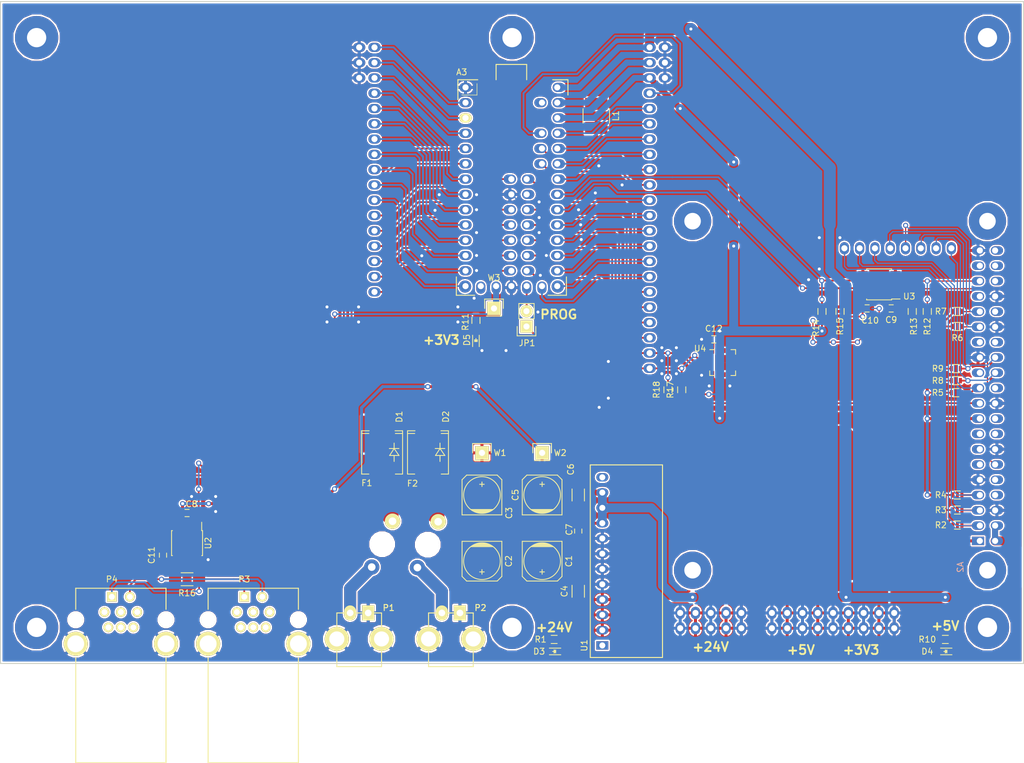
<source format=kicad_pcb>
(kicad_pcb (version 4) (host pcbnew 4.0.2-stable)
  (layers (0 F.Cu signal) (31 B.Cu signal) (34 B.Paste user) (35 F.Paste user) (36 B.SilkS user) (37 F.SilkS user) (38 B.Mask user) (39 F.Mask user) (44 Edge.Cuts user))
  (net 0 "")
  (net 1 T0)
  (net 2 T1)
  (net 3 T2)
  (net 4 T5)
  (net 5 T6)
  (net 6 T7)
  (net 7 T8)
  (net 8 T9)
  (net 9 T10)
  (net 10 T11)
  (net 11 T12)
  (net 12 T24)
  (net 13 T25)
  (net 14 T26)
  (net 15 T27)
  (net 16 T28)
  (net 17 T31)
  (net 18 T32)
  (net 19 T33)
  (net 20 T13)
  (net 21 T14)
  (net 22 T15)
  (net 23 T16)
  (net 24 T17)
  (net 25 T20)
  (net 26 T21)
  (net 27 T22)
  (net 28 T23)
  (net 29 +3V3)
  (net 30 GNDA)
  (net 31 +5V)
  (net 32 GND)
  (net 33 TEENSY_CAN_TX)
  (net 34 TEENSY_CAN_RX)
  (net 35 "Net-(A2-Pad18)")
  (net 36 SCL)
  (net 37 SDA)
  (net 38 3V3_PI)
  (net 39 ID1)
  (net 40 ID2)
  (net 41 ID3)
  (net 42 PI_SDA)
  (net 43 "Net-(A3-Pad18)")
  (net 44 PROG)
  (net 45 ID8)
  (net 46 ID7)
  (net 47 ID6)
  (net 48 ID4)
  (net 49 ID5)
  (net 50 PI_SCL)
  (net 51 +24V)
  (net 52 "Net-(D1-Pad2)")
  (net 53 "Net-(D2-Pad2)")
  (net 54 "Net-(D3-Pad2)")
  (net 55 "Net-(D4-Pad2)")
  (net 56 "Net-(P3-Pad6)")
  (net 57 "Net-(P3-Pad5)")
  (net 58 "Net-(P3-Pad4)")
  (net 59 "Net-(P3-Pad8)")
  (net 60 "Net-(P3-Pad7)")
  (net 61 "Net-(P3-Pad3)")
  (net 62 "Net-(U1-Pad1)")
  (net 63 "Net-(U1-Pad12)")
  (net 64 "Net-(D5-Pad2)")
  (net 65 "Net-(F1-Pad1)")
  (net 66 "Net-(F2-Pad1)")
  (net 67 A14)
  (net 68 A13)
  (net 69 A12)
  (net 70 A10)
  (net 71 A11)
  (net 72 AREF)
  (net 73 "Net-(A2-Pad22)")
  (net 74 "Net-(A2-Pad23)")
  (net 75 "Net-(A2-Pad27)")
  (net 76 "Net-(A2-Pad28)")
  (net 77 "Net-(A2-Pad32)")
  (net 78 "Net-(A2-Pad33)")
  (net 79 "Net-(A2-Pad36)")
  (net 80 "Net-(A2-Pad38)")
  (net 81 "Net-(A2-Pad40)")
  (net 82 "Net-(A2-Pad8)")
  (net 83 "Net-(A2-Pad10)")
  (net 84 "Net-(A2-Pad11)")
  (net 85 "Net-(A2-Pad13)")
  (net 86 "Net-(A2-Pad15)")
  (net 87 "Net-(A2-Pad16)")
  (net 88 "Net-(A3-PadVBat)")
  (net 89 "Net-(A3-PadPROG)")
  (net 90 "Net-(A3-Pad19)")
  (net 91 "Net-(A3-PadVUSB)")
  (net 92 "Net-(P3-Pad1)")
  (net 93 "Net-(P3-Pad2)")
  (net 94 "Net-(P4-Pad6)")
  (net 95 "Net-(P4-Pad5)")
  (net 96 "Net-(P4-Pad4)")
  (net 97 "Net-(P4-Pad8)")
  (net 98 "Net-(P4-Pad7)")
  (net 99 "Net-(P4-Pad3)")
  (net 100 "Net-(U4-Pad5)")
  (net 101 "Net-(U4-Pad6)")
  (net 102 "Net-(U4-Pad7)")
  (net 103 "Net-(U4-Pad8)")
  (net 104 "Net-(U4-Pad9)")
  (net 105 "Net-(U4-Pad10)")
  (net 106 "Net-(U4-Pad12)")
  (net 107 "Net-(U4-Pad13)")
  (net 108 "Net-(U4-Pad14)")
  (module -footprints:NODECORE (layer F.Cu) (at 158 42)
    (fp_text reference A1 hide)
    (fp_text value NODE_CORE_CONNECTOR)
    (pad M1 thru_hole circle (at -79 6) (size 7.2 7.2) (drill 3.2) (layers *.Cu *.Mask))
    (pad M2 thru_hole circle (at 79 6) (size 7.2 7.2) (drill 3.2) (layers *.Cu *.Mask))
    (pad M3 thru_hole circle (at -79 104) (size 7.2 7.2) (drill 3.2) (layers *.Cu *.Mask))
    (pad M4 thru_hole circle (at 79 104) (size 7.2 7.2) (drill 3.2) (layers *.Cu *.Mask))
    (pad M5 thru_hole circle (at 0 6) (size 7.2 7.2) (drill 3.2) (layers *.Cu *.Mask))
    (pad M6 thru_hole circle (at 0 104) (size 7.2 7.2) (drill 3.2) (layers *.Cu *.Mask))
    (pad ID8 thru_hole oval (at 73 41) (size 1.524 2.032) (drill 1.016) (layers *.Cu *.Mask) (net 45 ID8))
    (pad ID7 thru_hole oval (at 70.46 41) (size 1.524 2.032) (drill 1.016) (layers *.Cu *.Mask) (net 46 ID7))
    (pad ID6 thru_hole oval (at 67.92 41) (size 1.524 2.032) (drill 1.016) (layers *.Cu *.Mask) (net 47 ID6))
    (pad ID5 thru_hole oval (at 65.38 41) (size 1.524 2.032) (drill 1.016) (layers *.Cu *.Mask) (net 49 ID5))
    (pad ID4 thru_hole oval (at 62.84 41) (size 1.524 2.032) (drill 1.016) (layers *.Cu *.Mask) (net 48 ID4))
    (pad ID3 thru_hole oval (at 60.3 41) (size 1.524 2.032) (drill 1.016) (layers *.Cu *.Mask) (net 41 ID3))
    (pad ID2 thru_hole oval (at 57.76 41) (size 1.524 2.032) (drill 1.016) (layers *.Cu *.Mask) (net 40 ID2))
    (pad ID1 thru_hole oval (at 55.22 41) (size 1.524 2.032) (drill 1.016) (layers *.Cu *.Mask) (net 39 ID1))
    (pad +5V thru_hole oval (at 22.86 7.62) (size 2.032 1.524) (drill 1.016) (layers *.Cu *.Mask) (net 31 +5V))
    (pad AGND thru_hole oval (at 22.86 10.16) (size 2.032 1.524) (drill 1.016) (layers *.Cu *.Mask) (net 30 GNDA))
    (pad +3V3 thru_hole oval (at 22.86 12.7) (size 2.032 1.524) (drill 1.016) (layers *.Cu *.Mask) (net 29 +3V3))
    (pad AREF thru_hole oval (at 22.86 15.24) (size 2.032 1.524) (drill 1.016) (layers *.Cu *.Mask) (net 72 AREF))
    (pad T23 thru_hole oval (at 22.86 17.78) (size 2.032 1.524) (drill 1.016) (layers *.Cu *.Mask) (net 28 T23))
    (pad T22 thru_hole oval (at 22.86 20.32) (size 2.032 1.524) (drill 1.016) (layers *.Cu *.Mask) (net 27 T22))
    (pad T21 thru_hole oval (at 22.86 22.86) (size 2.032 1.524) (drill 1.016) (layers *.Cu *.Mask) (net 26 T21))
    (pad T20 thru_hole oval (at 22.86 25.4) (size 2.032 1.524) (drill 1.016) (layers *.Cu *.Mask) (net 25 T20))
    (pad T17 thru_hole oval (at 22.86 33.02) (size 2.032 1.524) (drill 1.016) (layers *.Cu *.Mask) (net 24 T17))
    (pad T16 thru_hole oval (at 22.86 35.56) (size 2.032 1.524) (drill 1.016) (layers *.Cu *.Mask) (net 23 T16))
    (pad T15 thru_hole oval (at 22.86 38.1) (size 2.032 1.524) (drill 1.016) (layers *.Cu *.Mask) (net 22 T15))
    (pad T14 thru_hole oval (at 22.86 40.64) (size 2.032 1.524) (drill 1.016) (layers *.Cu *.Mask) (net 21 T14))
    (pad T13 thru_hole oval (at 22.86 43.18) (size 2.032 1.524) (drill 1.016) (layers *.Cu *.Mask) (net 20 T13))
    (pad A14 thru_hole oval (at 22.86 45.72) (size 2.032 1.524) (drill 1.016) (layers *.Cu *.Mask) (net 67 A14))
    (pad A13 thru_hole oval (at 22.86 48.26) (size 2.032 1.524) (drill 1.016) (layers *.Cu *.Mask) (net 68 A13))
    (pad T33 thru_hole oval (at 22.86 50.8) (size 2.032 1.524) (drill 1.016) (layers *.Cu *.Mask) (net 19 T33))
    (pad T32 thru_hole oval (at 22.86 53.34) (size 2.032 1.524) (drill 1.016) (layers *.Cu *.Mask) (net 18 T32))
    (pad T31 thru_hole oval (at 22.86 55.88) (size 2.032 1.524) (drill 1.016) (layers *.Cu *.Mask) (net 17 T31))
    (pad T30 thru_hole oval (at 22.86 58.42) (size 2.032 1.524) (drill 1.016) (layers *.Cu *.Mask) (net 37 SDA))
    (pad T29 thru_hole oval (at 22.86 60.96) (size 2.032 1.524) (drill 1.016) (layers *.Cu *.Mask) (net 36 SCL))
    (pad T28 thru_hole oval (at -22.86 48.26) (size 2.032 1.524) (drill 1.016) (layers *.Cu *.Mask) (net 16 T28))
    (pad T27 thru_hole oval (at -22.86 45.72) (size 2.032 1.524) (drill 1.016) (layers *.Cu *.Mask) (net 15 T27))
    (pad T25 thru_hole oval (at -22.86 40.64) (size 2.032 1.524) (drill 1.016) (layers *.Cu *.Mask) (net 13 T25))
    (pad T26 thru_hole oval (at -22.86 43.18) (size 2.032 1.524) (drill 1.016) (layers *.Cu *.Mask) (net 14 T26))
    (pad T24 thru_hole oval (at -22.86 38.1) (size 2.032 1.524) (drill 1.016) (layers *.Cu *.Mask) (net 12 T24))
    (pad A12 thru_hole oval (at -22.86 35.56) (size 2.032 1.524) (drill 1.016) (layers *.Cu *.Mask) (net 69 A12))
    (pad T12 thru_hole oval (at -22.86 33.02) (size 2.032 1.524) (drill 1.016) (layers *.Cu *.Mask) (net 11 T12))
    (pad T11 thru_hole oval (at -22.86 30.48) (size 2.032 1.524) (drill 1.016) (layers *.Cu *.Mask) (net 10 T11))
    (pad T10 thru_hole oval (at -22.86 27.94) (size 2.032 1.524) (drill 1.016) (layers *.Cu *.Mask) (net 9 T10))
    (pad T9 thru_hole oval (at -22.86 25.4) (size 2.032 1.524) (drill 1.016) (layers *.Cu *.Mask) (net 8 T9))
    (pad T8 thru_hole oval (at -22.86 22.86) (size 2.032 1.524) (drill 1.016) (layers *.Cu *.Mask) (net 7 T8))
    (pad T7 thru_hole oval (at -22.86 20.32) (size 2.032 1.524) (drill 1.016) (layers *.Cu *.Mask) (net 6 T7))
    (pad T6 thru_hole oval (at -22.86 17.78) (size 2.032 1.524) (drill 1.016) (layers *.Cu *.Mask) (net 5 T6))
    (pad T5 thru_hole oval (at -22.86 15.24) (size 2.032 1.524) (drill 1.016) (layers *.Cu *.Mask) (net 4 T5))
    (pad T2 thru_hole oval (at -22.86 12.7) (size 2.032 1.524) (drill 1.016) (layers *.Cu *.Mask) (net 3 T2))
    (pad T1 thru_hole oval (at -22.86 10.16) (size 2.032 1.524) (drill 1.016) (layers *.Cu *.Mask) (net 2 T1))
    (pad T0 thru_hole oval (at -22.86 7.62) (size 2.032 1.524) (drill 1.016) (layers *.Cu *.Mask) (net 1 T0))
    (pad GND thru_hole oval (at 27.94 104.14) (size 1.524 2.032) (drill 1.016) (layers *.Cu *.Mask) (net 32 GND))
    (pad +24V thru_hole oval (at 30.48 104.14) (size 1.524 2.032) (drill 1.016) (layers *.Cu *.Mask) (net 51 +24V))
    (pad GND thru_hole oval (at 33.02 104.14) (size 1.524 2.032) (drill 1.016) (layers *.Cu *.Mask) (net 32 GND))
    (pad +24V thru_hole oval (at 35.56 104.14) (size 1.524 2.032) (drill 1.016) (layers *.Cu *.Mask) (net 51 +24V))
    (pad GND thru_hole oval (at 38.1 104.14) (size 1.524 2.032) (drill 1.016) (layers *.Cu *.Mask) (net 32 GND))
    (pad +5V thru_hole oval (at 45.72 104.14) (size 1.524 2.032) (drill 1.016) (layers *.Cu *.Mask) (net 31 +5V))
    (pad GND thru_hole oval (at 48.26 104.14) (size 1.524 2.032) (drill 1.016) (layers *.Cu *.Mask) (net 32 GND))
    (pad +5V thru_hole oval (at 50.8 104.14) (size 1.524 2.032) (drill 1.016) (layers *.Cu *.Mask) (net 31 +5V))
    (pad GND thru_hole oval (at 53.34 104.14) (size 1.524 2.032) (drill 1.016) (layers *.Cu *.Mask) (net 32 GND))
    (pad +3V3 thru_hole oval (at 55.88 104.14) (size 1.524 2.032) (drill 1.016) (layers *.Cu *.Mask) (net 29 +3V3))
    (pad GND thru_hole oval (at 58.42 104.14) (size 1.524 2.032) (drill 1.016) (layers *.Cu *.Mask) (net 32 GND))
    (pad +3V3 thru_hole oval (at 60.96 104.14) (size 1.524 2.032) (drill 1.016) (layers *.Cu *.Mask) (net 29 +3V3))
    (pad GND thru_hole oval (at 63.5 104.14) (size 1.524 2.032) (drill 1.016) (layers *.Cu *.Mask) (net 32 GND))
    (pad GND thru_hole oval (at 25.4 7.62) (size 2.032 1.524) (drill 1.016) (layers *.Cu *.Mask) (net 32 GND))
    (pad GND thru_hole oval (at 25.4 10.16) (size 2.032 1.524) (drill 1.016) (layers *.Cu *.Mask) (net 32 GND))
    (pad GND thru_hole oval (at 25.4 12.7) (size 2.032 1.524) (drill 1.016) (layers *.Cu *.Mask) (net 32 GND))
    (pad GND thru_hole oval (at -25.4 7.62) (size 2.032 1.524) (drill 1.016) (layers *.Cu *.Mask) (net 32 GND))
    (pad GND thru_hole oval (at -25.4 10.16) (size 2.032 1.524) (drill 1.016) (layers *.Cu *.Mask) (net 32 GND))
    (pad GND thru_hole oval (at -25.4 12.7) (size 2.032 1.524) (drill 1.016) (layers *.Cu *.Mask) (net 32 GND))
    (pad GND thru_hole oval (at 27.94 101.6) (size 1.524 2.032) (drill 1.016) (layers *.Cu *.Mask) (net 32 GND))
    (pad +24V thru_hole oval (at 30.48 101.6) (size 1.524 2.032) (drill 1.016) (layers *.Cu *.Mask) (net 51 +24V))
    (pad GND thru_hole oval (at 33.02 101.6) (size 1.524 2.032) (drill 1.016) (layers *.Cu *.Mask) (net 32 GND))
    (pad +24V thru_hole oval (at 35.56 101.6) (size 1.524 2.032) (drill 1.016) (layers *.Cu *.Mask) (net 51 +24V))
    (pad GND thru_hole oval (at 38.1 101.6) (size 1.524 2.032) (drill 1.016) (layers *.Cu *.Mask) (net 32 GND))
    (pad +5V thru_hole oval (at 45.72 101.6) (size 1.524 2.032) (drill 1.016) (layers *.Cu *.Mask) (net 31 +5V))
    (pad GND thru_hole oval (at 48.26 101.6) (size 1.524 2.032) (drill 1.016) (layers *.Cu *.Mask) (net 32 GND))
    (pad +5V thru_hole oval (at 50.8 101.6) (size 1.524 2.032) (drill 1.016) (layers *.Cu *.Mask) (net 31 +5V))
    (pad GND thru_hole oval (at 53.34 101.6) (size 1.524 2.032) (drill 1.016) (layers *.Cu *.Mask) (net 32 GND))
    (pad +3V3 thru_hole oval (at 55.88 101.6) (size 1.524 2.032) (drill 1.016) (layers *.Cu *.Mask) (net 29 +3V3))
    (pad GND thru_hole oval (at 58.42 101.6) (size 1.524 2.032) (drill 1.016) (layers *.Cu *.Mask) (net 32 GND))
    (pad +3V3 thru_hole oval (at 60.96 101.6) (size 1.524 2.032) (drill 1.016) (layers *.Cu *.Mask) (net 29 +3V3))
    (pad GND thru_hole oval (at 63.5 101.6) (size 1.524 2.032) (drill 1.016) (layers *.Cu *.Mask) (net 32 GND))
    (pad GND thru_hole oval (at 43.18 104.14) (size 1.524 2.032) (drill 1.016) (layers *.Cu *.Mask) (net 32 GND))
    (pad GND thru_hole oval (at 43.18 101.6) (size 1.524 2.032) (drill 1.016) (layers *.Cu *.Mask) (net 32 GND))
    (pad A10 thru_hole oval (at 22.86 27.94) (size 2.032 1.524) (drill 1.016) (layers *.Cu *.Mask) (net 70 A10))
    (pad A11 thru_hole oval (at 22.86 30.48) (size 2.032 1.524) (drill 1.016) (layers *.Cu *.Mask) (net 71 A11))
  )
  (module -footprints:Raspberry-Pi-2-Model-B (layer B.Cu) (at 240.5 140 90)
    (fp_text reference A2 (at 4 -8 90) (layer B.SilkS) (effects (justify mirror)))
    (fp_text value RASPI_2B)
    (pad 19 thru_hole oval (at 31.23 -4.77 90) (size 1.4 2.032) (drill 1.016 (offset 0 -0.3)) (layers *.Cu *.Mask) (net 44 PROG))
    (pad 20 thru_hole oval (at 31.23 -2.23 90) (size 1.4 2.032) (drill 1.016 (offset 0 0.3)) (layers *.Cu *.Mask) (net 32 GND))
    (pad 21 thru_hole oval (at 33.77 -4.77 90) (size 1.4 2.032) (drill 1.016 (offset 0 -0.3)) (layers *.Cu *.Mask) (net 45 ID8))
    (pad 22 thru_hole oval (at 33.77 -2.23 90) (size 1.4 2.032) (drill 1.016 (offset 0 0.3)) (layers *.Cu *.Mask) (net 73 "Net-(A2-Pad22)"))
    (pad 23 thru_hole oval (at 36.31 -4.77 90) (size 1.4 2.032) (drill 1.016 (offset 0 -0.3)) (layers *.Cu *.Mask) (net 74 "Net-(A2-Pad23)"))
    (pad 24 thru_hole oval (at 36.31 -2.23 90) (size 1.4 2.032) (drill 1.016 (offset 0 0.3)) (layers *.Cu *.Mask) (net 46 ID7))
    (pad 25 thru_hole oval (at 38.85 -4.77 90) (size 1.4 2.032) (drill 1.016 (offset 0 -0.3)) (layers *.Cu *.Mask) (net 32 GND))
    (pad 26 thru_hole oval (at 38.85 -2.23 90) (size 1.4 2.032) (drill 1.016 (offset 0 0.3)) (layers *.Cu *.Mask) (net 47 ID6))
    (pad 27 thru_hole oval (at 41.39 -4.77 90) (size 1.4 2.032) (drill 1.016 (offset 0 -0.3)) (layers *.Cu *.Mask) (net 75 "Net-(A2-Pad27)"))
    (pad 28 thru_hole oval (at 41.39 -2.23 90) (size 1.4 2.032) (drill 1.016 (offset 0 0.3)) (layers *.Cu *.Mask) (net 76 "Net-(A2-Pad28)"))
    (pad 29 thru_hole oval (at 43.93 -4.77 90) (size 1.4 2.032) (drill 1.016 (offset 0 -0.3)) (layers *.Cu *.Mask) (net 48 ID4))
    (pad 30 thru_hole oval (at 43.93 -2.23 90) (size 1.4 2.032) (drill 1.016 (offset 0 0.3)) (layers *.Cu *.Mask) (net 32 GND))
    (pad 31 thru_hole oval (at 46.47 -4.77 90) (size 1.4 2.032) (drill 1.016 (offset 0 -0.3)) (layers *.Cu *.Mask) (net 49 ID5))
    (pad 32 thru_hole oval (at 46.47 -2.23 90) (size 1.4 2.032) (drill 1.016 (offset 0 0.3)) (layers *.Cu *.Mask) (net 77 "Net-(A2-Pad32)"))
    (pad 33 thru_hole oval (at 49.01 -4.77 90) (size 1.4 2.032) (drill 1.016 (offset 0 -0.3)) (layers *.Cu *.Mask) (net 78 "Net-(A2-Pad33)"))
    (pad 34 thru_hole oval (at 49.01 -2.23 90) (size 1.4 2.032) (drill 1.016 (offset 0 0.3)) (layers *.Cu *.Mask) (net 32 GND))
    (pad 35 thru_hole oval (at 51.55 -4.77 90) (size 1.4 2.032) (drill 1.016 (offset 0 -0.3)) (layers *.Cu *.Mask) (net 50 PI_SCL))
    (pad 36 thru_hole oval (at 51.55 -2.23 90) (size 1.4 2.032) (drill 1.016 (offset 0 0.3)) (layers *.Cu *.Mask) (net 79 "Net-(A2-Pad36)"))
    (pad 37 thru_hole oval (at 54.09 -4.77 90) (size 1.4 2.032) (drill 1.016 (offset 0 -0.3)) (layers *.Cu *.Mask))
    (pad 38 thru_hole oval (at 54.09 -2.23 90) (size 1.4 2.032) (drill 1.016 (offset 0 0.3)) (layers *.Cu *.Mask) (net 80 "Net-(A2-Pad38)"))
    (pad 39 thru_hole oval (at 56.63 -4.77 90) (size 1.4 2.032) (drill 1.016 (offset 0 -0.3)) (layers *.Cu *.Mask) (net 32 GND))
    (pad 40 thru_hole oval (at 56.63 -2.23 90) (size 1.4 2.032) (drill 1.016 (offset 0 0.3)) (layers *.Cu *.Mask) (net 81 "Net-(A2-Pad40)"))
    (pad 1 thru_hole rect (at 8.37 -4.77 90) (size 1.4 2.032) (drill 1.016 (offset 0 -0.3)) (layers *.Cu *.Mask) (net 38 3V3_PI))
    (pad 2 thru_hole oval (at 8.37 -2.23 90) (size 1.4 2.032) (drill 1.016 (offset 0 0.3)) (layers *.Cu *.Mask) (net 31 +5V))
    (pad 3 thru_hole oval (at 10.91 -4.77 90) (size 1.4 2.032) (drill 1.016 (offset 0 -0.3)) (layers *.Cu *.Mask) (net 39 ID1))
    (pad 4 thru_hole oval (at 10.91 -2.23 90) (size 1.4 2.032) (drill 1.016 (offset 0 0.3)) (layers *.Cu *.Mask) (net 31 +5V))
    (pad 5 thru_hole oval (at 13.45 -4.77 90) (size 1.4 2.032) (drill 1.016 (offset 0 -0.3)) (layers *.Cu *.Mask) (net 40 ID2))
    (pad 6 thru_hole oval (at 13.45 -2.23 90) (size 1.4 2.032) (drill 1.016 (offset 0 0.3)) (layers *.Cu *.Mask) (net 32 GND))
    (pad 7 thru_hole oval (at 15.99 -4.77 90) (size 1.4 2.032) (drill 1.016 (offset 0 -0.3)) (layers *.Cu *.Mask) (net 41 ID3))
    (pad 8 thru_hole oval (at 15.99 -2.23 90) (size 1.4 2.032) (drill 1.016 (offset 0 0.3)) (layers *.Cu *.Mask) (net 82 "Net-(A2-Pad8)"))
    (pad 9 thru_hole oval (at 18.53 -4.77 90) (size 1.4 2.032) (drill 1.016 (offset 0 -0.3)) (layers *.Cu *.Mask) (net 32 GND))
    (pad 10 thru_hole oval (at 18.53 -2.23 90) (size 1.4 2.032) (drill 1.016 (offset 0 0.3)) (layers *.Cu *.Mask) (net 83 "Net-(A2-Pad10)"))
    (pad 11 thru_hole oval (at 21.07 -4.77 90) (size 1.4 2.032) (drill 1.016 (offset 0 -0.3)) (layers *.Cu *.Mask) (net 84 "Net-(A2-Pad11)"))
    (pad 12 thru_hole oval (at 21.07 -2.23 90) (size 1.4 2.032) (drill 1.016 (offset 0 0.3)) (layers *.Cu *.Mask) (net 42 PI_SDA))
    (pad 13 thru_hole oval (at 23.61 -4.77 90) (size 1.4 2.032) (drill 1.016 (offset 0 -0.3)) (layers *.Cu *.Mask) (net 85 "Net-(A2-Pad13)"))
    (pad 14 thru_hole oval (at 23.61 -2.23 90) (size 1.4 2.032) (drill 1.016 (offset 0 0.3)) (layers *.Cu *.Mask) (net 32 GND))
    (pad 15 thru_hole oval (at 26.15 -4.77 90) (size 1.4 2.032) (drill 1.016 (offset 0 -0.3)) (layers *.Cu *.Mask) (net 86 "Net-(A2-Pad15)"))
    (pad 16 thru_hole oval (at 26.15 -2.23 90) (size 1.4 2.032) (drill 1.016 (offset 0 0.3)) (layers *.Cu *.Mask) (net 87 "Net-(A2-Pad16)"))
    (pad 17 thru_hole oval (at 28.69 -4.77 90) (size 1.4 2.032) (drill 1.016 (offset 0 -0.3)) (layers *.Cu *.Mask) (net 38 3V3_PI))
    (pad 18 thru_hole oval (at 28.69 -2.23 90) (size 1.4 2.032) (drill 1.016 (offset 0 0.3)) (layers *.Cu *.Mask) (net 35 "Net-(A2-Pad18)"))
    (pad M1 thru_hole circle (at 3.5 -3.5 90) (size 6.2 6.2) (drill 2.75) (layers *.Cu *.Mask))
    (pad M2 thru_hole circle (at 61.5 -3.5 90) (size 6.2 6.2) (drill 2.75) (layers *.Cu *.Mask))
    (pad M3 thru_hole circle (at 61.5 -52.5 90) (size 6.2 6.2) (drill 2.75) (layers *.Cu *.Mask))
    (pad M4 thru_hole circle (at 3.5 -52.5 90) (size 6.2 6.2) (drill 2.75) (layers *.Cu *.Mask))
  )
  (module -footprints:TEENSY-3.2 (layer F.Cu) (at 149 55)
    (fp_text reference A3 (at 0.635 -1.27) (layer F.SilkS))
    (fp_text value Teensy_3.2)
    (pad GND1 thru_hole oval (at 1.27 1.27) (size 2.032 1.524) (drill 1.016) (layers *.Cu *.Mask) (net 32 GND))
    (pad 1 thru_hole oval (at 1.27 6.35) (size 2.032 1.524) (drill 1.016) (layers *.Cu *.Mask F.SilkS) (net 2 T1))
    (pad 2 thru_hole oval (at 1.27 8.89) (size 2.032 1.524) (drill 1.016) (layers *.Cu *.Mask) (net 3 T2))
    (pad 3 thru_hole oval (at 1.27 11.43) (size 2.032 1.524) (drill 1.016) (layers *.Cu *.Mask) (net 33 TEENSY_CAN_TX))
    (pad 4 thru_hole oval (at 1.27 13.97) (size 2.032 1.524) (drill 1.016) (layers *.Cu *.Mask) (net 34 TEENSY_CAN_RX))
    (pad 5 thru_hole oval (at 1.27 16.51) (size 2.032 1.524) (drill 1.016) (layers *.Cu *.Mask) (net 4 T5))
    (pad 6 thru_hole oval (at 1.27 19.05) (size 2.032 1.524) (drill 1.016) (layers *.Cu *.Mask) (net 5 T6))
    (pad 7 thru_hole oval (at 1.27 21.59) (size 2.032 1.524) (drill 1.016) (layers *.Cu *.Mask) (net 6 T7))
    (pad 8 thru_hole oval (at 1.27 24.13) (size 2.032 1.524) (drill 1.016) (layers *.Cu *.Mask) (net 7 T8))
    (pad 9 thru_hole oval (at 1.27 26.67) (size 2.032 1.524) (drill 1.016) (layers *.Cu *.Mask) (net 8 T9))
    (pad 10 thru_hole oval (at 1.27 29.21) (size 2.032 1.524) (drill 1.016) (layers *.Cu *.Mask) (net 9 T10))
    (pad 11 thru_hole oval (at 1.27 31.75) (size 2.032 1.524) (drill 1.016) (layers *.Cu *.Mask) (net 10 T11))
    (pad 12 thru_hole oval (at 1.27 34.29) (size 2.032 2.032) (drill 1.016 (offset -0.0762 0.0762)) (layers *.Cu *.Mask) (net 11 T12))
    (pad VBat thru_hole oval (at 3.81 34.29) (size 1.524 2.032) (drill 1.016 (offset 0 0.254)) (layers *.Cu *.Mask) (net 88 "Net-(A3-PadVBat)"))
    (pad +3V3 thru_hole oval (at 6.35 34.29) (size 1.524 2.032) (drill 1.016 (offset 0 0.254)) (layers *.Cu *.Mask) (net 29 +3V3))
    (pad GND2 thru_hole oval (at 8.89 34.29) (size 1.524 2.032) (drill 1.016 (offset 0 0.254)) (layers *.Cu *.Mask) (net 32 GND))
    (pad PROG thru_hole oval (at 11.43 34.29) (size 1.524 2.032) (drill 1.016 (offset 0 0.254)) (layers *.Cu *.Mask) (net 89 "Net-(A3-PadPROG)"))
    (pad A14 thru_hole oval (at 13.97 34.29) (size 1.524 2.032) (drill 1.016 (offset 0 0.254)) (layers *.Cu *.Mask) (net 67 A14))
    (pad 13 thru_hole oval (at 16.51 34.29) (size 2.032 2.032) (drill 1.016 (offset 0.0762 0.0762)) (layers *.Cu *.Mask) (net 20 T13))
    (pad 14 thru_hole oval (at 16.51 31.75) (size 2.032 1.524) (drill 1.016) (layers *.Cu *.Mask) (net 21 T14))
    (pad 15 thru_hole oval (at 16.51 29.21) (size 2.032 1.524) (drill 1.016) (layers *.Cu *.Mask) (net 22 T15))
    (pad 16 thru_hole oval (at 16.51 26.67) (size 2.032 1.524) (drill 1.016) (layers *.Cu *.Mask) (net 23 T16))
    (pad 17 thru_hole oval (at 16.51 24.13) (size 2.032 1.524) (drill 1.016) (layers *.Cu *.Mask) (net 24 T17))
    (pad 18 thru_hole oval (at 16.51 21.59) (size 2.032 1.524) (drill 1.016) (layers *.Cu *.Mask) (net 43 "Net-(A3-Pad18)"))
    (pad 19 thru_hole oval (at 16.51 19.05) (size 2.032 1.524) (drill 1.016) (layers *.Cu *.Mask) (net 90 "Net-(A3-Pad19)"))
    (pad 20 thru_hole oval (at 16.51 16.51) (size 2.032 1.524) (drill 1.016 (offset 0.254 0)) (layers *.Cu *.Mask) (net 25 T20))
    (pad 21 thru_hole oval (at 16.51 13.97) (size 2.032 1.524) (drill 1.016 (offset 0.254 0)) (layers *.Cu *.Mask) (net 26 T21))
    (pad 22 thru_hole oval (at 16.51 11.43) (size 2.032 1.524) (drill 1.016 (offset 0.254 0)) (layers *.Cu *.Mask) (net 27 T22))
    (pad 23 thru_hole oval (at 16.51 8.89) (size 2.032 1.524) (drill 1.016 (offset 0.254 0)) (layers *.Cu *.Mask) (net 28 T23))
    (pad +3V3 thru_hole oval (at 16.51 6.35) (size 2.032 1.524) (drill 1.016 (offset 0.254 0)) (layers *.Cu *.Mask) (net 29 +3V3))
    (pad AGND thru_hole oval (at 16.51 3.81) (size 2.032 1.524) (drill 1.016 (offset 0.254 0)) (layers *.Cu *.Mask) (net 30 GNDA))
    (pad VIN thru_hole oval (at 16.51 1.27) (size 2.032 1.524) (drill 1.016 (offset 0.254 0)) (layers *.Cu *.Mask) (net 31 +5V))
    (pad 0 thru_hole oval (at 1.27 3.81) (size 2.032 1.524) (drill 1.016) (layers *.Cu *.Mask) (net 1 T0))
    (pad VUSB thru_hole oval (at 13.97 3.81) (size 2.032 1.524) (drill 1.016 (offset -0.254 0)) (layers *.Cu *.Mask) (net 91 "Net-(A3-PadVUSB)"))
    (pad AREF thru_hole oval (at 13.97 8.89) (size 2.032 1.524) (drill 1.016 (offset -0.254 0)) (layers *.Cu *.Mask) (net 72 AREF))
    (pad A10 thru_hole oval (at 13.97 11.43) (size 2.032 1.524) (drill 1.016 (offset -0.254 0)) (layers *.Cu *.Mask) (net 70 A10))
    (pad A11 thru_hole oval (at 13.97 13.97) (size 2.032 1.524) (drill 1.016 (offset -0.254 0)) (layers *.Cu *.Mask) (net 71 A11))
    (pad 29 thru_hole oval (at 11.43 31.75) (size 2.032 1.524) (drill 1.016 (offset 0.254 0)) (layers *.Cu *.Mask) (net 36 SCL))
    (pad 30 thru_hole oval (at 11.43 29.21) (size 2.032 1.524) (drill 1.016 (offset 0.254 0)) (layers *.Cu *.Mask) (net 37 SDA))
    (pad 31 thru_hole oval (at 11.43 26.67) (size 2.032 1.524) (drill 1.016 (offset 0.254 0)) (layers *.Cu *.Mask) (net 17 T31))
    (pad 32 thru_hole oval (at 11.43 24.13) (size 2.032 1.524) (drill 1.016 (offset 0.254 0)) (layers *.Cu *.Mask) (net 18 T32))
    (pad 33 thru_hole oval (at 11.43 21.59) (size 2.032 1.524) (drill 1.016 (offset 0.254 0)) (layers *.Cu *.Mask) (net 19 T33))
    (pad 34 thru_hole oval (at 11.43 19.05) (size 2.032 1.524) (drill 1.016 (offset 0.254 0)) (layers *.Cu *.Mask))
    (pad A13 thru_hole oval (at 11.43 16.51) (size 2.032 1.524) (drill 1.016 (offset 0.254 0)) (layers *.Cu *.Mask) (net 68 A13))
    (pad 24 thru_hole oval (at 8.89 21.59) (size 2.032 1.524) (drill 1.016 (offset -0.254 0)) (layers *.Cu *.Mask) (net 12 T24))
    (pad 25 thru_hole oval (at 8.89 24.13) (size 2.032 1.524) (drill 1.016 (offset -0.254 0)) (layers *.Cu *.Mask) (net 13 T25))
    (pad 26 thru_hole oval (at 8.89 26.67) (size 2.032 1.524) (drill 1.016 (offset -0.254 0)) (layers *.Cu *.Mask) (net 14 T26))
    (pad 27 thru_hole oval (at 8.89 29.21) (size 2.032 1.524) (drill 1.016 (offset -0.254 0)) (layers *.Cu *.Mask) (net 15 T27))
    (pad 28 thru_hole oval (at 8.89 31.75) (size 2.032 1.524) (drill 1.016 (offset -0.254 0)) (layers *.Cu *.Mask) (net 16 T28))
    (pad GND3 thru_hole oval (at 8.89 19.05) (size 2.032 1.524) (drill 1.016 (offset -0.254 0)) (layers *.Cu *.Mask) (net 32 GND))
    (pad A12 thru_hole oval (at 8.89 16.51) (size 2.032 1.524) (drill 1.016 (offset -0.254 0)) (layers *.Cu *.Mask) (net 69 A12))
  )
  (module Capacitors_SMD:C_0603 (layer F.Cu) (at 169 130 270)
    (fp_text reference C7 (at -0.25 1.5 270) (layer F.SilkS))
    (fp_text value 1uF)
    (pad 1 smd rect (at -0.75 0 270) (size 0.8 0.75) (layers F.Cu F.Paste F.Mask) (net 31 +5V))
    (pad 2 smd rect (at 0.75 0 270) (size 0.8 0.75) (layers F.Cu F.Paste F.Mask) (net 32 GND))
  )
  (module Capacitors_SMD:C_1206 (layer F.Cu) (at 169 140 90)
    (fp_text reference C4 (at 0 -2.3 90) (layer F.SilkS))
    (fp_text value 1uF)
    (pad 1 smd rect (at -1.5 0 90) (size 1 1.6) (layers F.Cu F.Paste F.Mask) (net 51 +24V))
    (pad 2 smd rect (at 1.5 0 90) (size 1 1.6) (layers F.Cu F.Paste F.Mask) (net 32 GND))
  )
  (module Capacitors_SMD:C_0603 (layer F.Cu) (at 191.528 98.134 180)
    (fp_text reference C12 (at 0 1.778 180) (layer F.SilkS))
    (fp_text value 100nF)
    (pad 1 smd rect (at -0.75 0 180) (size 0.8 0.75) (layers F.Cu F.Paste F.Mask) (net 29 +3V3))
    (pad 2 smd rect (at 0.75 0 180) (size 0.8 0.75) (layers F.Cu F.Paste F.Mask) (net 32 GND))
  )
  (module Capacitors_SMD:C_0603 (layer F.Cu) (at 221 93 180)
    (fp_text reference C9 (at 0 -1.9 180) (layer F.SilkS))
    (fp_text value 100nF)
    (pad 1 smd rect (at -0.75 0 180) (size 0.8 0.75) (layers F.Cu F.Paste F.Mask) (net 38 3V3_PI))
    (pad 2 smd rect (at 0.75 0 180) (size 0.8 0.75) (layers F.Cu F.Paste F.Mask) (net 32 GND))
  )
  (module Capacitors_SMD:C_0603 (layer F.Cu) (at 217 93)
    (fp_text reference C10 (at 0.5 2) (layer F.SilkS))
    (fp_text value 100nF)
    (pad 1 smd rect (at -0.75 0) (size 0.8 0.75) (layers F.Cu F.Paste F.Mask) (net 29 +3V3))
    (pad 2 smd rect (at 0.75 0) (size 0.8 0.75) (layers F.Cu F.Paste F.Mask) (net 32 GND))
  )
  (module Capacitors_SMD:C_0603 (layer F.Cu) (at 104 127)
    (fp_text reference C8 (at 0.75 -1.5) (layer F.SilkS))
    (fp_text value 100nF)
    (pad 1 smd rect (at -0.75 0) (size 0.8 0.75) (layers F.Cu F.Paste F.Mask) (net 31 +5V))
    (pad 2 smd rect (at 0.75 0) (size 0.8 0.75) (layers F.Cu F.Paste F.Mask) (net 32 GND))
  )
  (module Capacitors_SMD:C_0603 (layer F.Cu) (at 100 134 90)
    (fp_text reference C11 (at 0 -1.9 90) (layer F.SilkS))
    (fp_text value 100nF)
    (pad 1 smd rect (at -0.75 0 90) (size 0.8 0.75) (layers F.Cu F.Paste F.Mask) (net 29 +3V3))
    (pad 2 smd rect (at 0.75 0 90) (size 0.8 0.75) (layers F.Cu F.Paste F.Mask) (net 32 GND))
  )
  (module Diodes_SMD:SMC_Standard (layer F.Cu) (at 136.41 116.93 270)
    (fp_text reference D1 (at -5.93 -2.84 270) (layer F.SilkS))
    (fp_text value D)
    (pad 1 smd rect (at -3.40106 0) (size 3.29946 2.49936) (layers F.Cu F.Paste F.Mask) (net 51 +24V))
    (pad 2 smd rect (at 3.40106 0) (size 3.29946 2.49936) (layers F.Cu F.Paste F.Mask) (net 52 "Net-(D1-Pad2)"))
  )
  (module LEDs:LED_0603 (layer F.Cu) (at 165 150 180)
    (fp_text reference D3 (at 2.5 0 180) (layer F.SilkS))
    (fp_text value LED)
    (pad 2 smd rect (at 0.7493 0) (size 0.79756 0.79756) (layers F.Cu F.Paste F.Mask) (net 54 "Net-(D3-Pad2)"))
    (pad 1 smd rect (at -0.7493 0) (size 0.79756 0.79756) (layers F.Cu F.Paste F.Mask) (net 32 GND))
  )
  (module LEDs:LED_0603 (layer F.Cu) (at 230 150 180)
    (fp_text reference D4 (at 3 0 180) (layer F.SilkS))
    (fp_text value LED)
    (pad 2 smd rect (at 0.7493 0) (size 0.79756 0.79756) (layers F.Cu F.Paste F.Mask) (net 55 "Net-(D4-Pad2)"))
    (pad 1 smd rect (at -0.7493 0) (size 0.79756 0.79756) (layers F.Cu F.Paste F.Mask) (net 32 GND))
  )
  (module LEDs:LED_0603 (layer F.Cu) (at 152 98.25 90)
    (fp_text reference D5 (at 0 -1.5 90) (layer F.SilkS))
    (fp_text value LED)
    (pad 2 smd rect (at 0.7493 0 270) (size 0.79756 0.79756) (layers F.Cu F.Paste F.Mask) (net 64 "Net-(D5-Pad2)"))
    (pad 1 smd rect (at -0.7493 0 270) (size 0.79756 0.79756) (layers F.Cu F.Paste F.Mask) (net 32 GND))
  )
  (module Pin_Headers:Pin_Header_Straight_1x02 (layer F.Cu) (at 160.4 96 180)
    (fp_text reference JP1 (at -0.1 -2.75 180) (layer F.SilkS))
    (fp_text value Jumper_NO_Small)
    (pad 1 thru_hole rect (at 0 0 180) (size 2.032 2.032) (drill 1.016) (layers *.Cu *.Mask F.SilkS) (net 44 PROG))
    (pad 2 thru_hole oval (at 0 2.54 180) (size 2.032 2.032) (drill 1.016) (layers *.Cu *.Mask F.SilkS) (net 89 "Net-(A3-PadPROG)"))
  )
  (module Inductors:NR4018_HandSoldering (layer F.Cu) (at 172 61 90)
    (fp_text reference L1 (at 0 3.25 90) (layer F.SilkS))
    (fp_text value FERRITE_INDUCTOR)
    (pad 1 smd rect (at -2 0 90) (size 2 3.7) (layers F.Cu F.Paste F.Mask) (net 32 GND))
    (pad 2 smd rect (at 2 0 90) (size 2 3.7) (layers F.Cu F.Paste F.Mask) (net 30 GNDA))
  )
  (module -footprints:CONN-TE-MICROMNL-2-PTH-MALE-RGT (layer F.Cu) (at 132.6 143.6)
    (fp_text reference P1 (at 4.9 -0.85) (layer F.SilkS) (effects (font (thickness 0.17))))
    (fp_text value PWR_CONN_1X2)
    (pad 1 thru_hole rect (at 1.5 0) (size 2 2.5) (drill 1.1) (layers *.Cu *.Mask F.SilkS) (net 32 GND))
    (pad 2 thru_hole oval (at -1.5 0) (size 2 2.5) (drill 1.1) (layers *.Cu *.Mask F.SilkS) (net 65 "Net-(F1-Pad1)"))
    (pad M1 thru_hole circle (at 3.715 4.32) (size 4 4) (drill 2.5) (layers *.Cu *.Mask F.SilkS) (net 32 GND))
    (pad M2 thru_hole circle (at -3.715 4.32) (size 4 4) (drill 2.5) (layers *.Cu *.Mask F.SilkS) (net 32 GND))
  )
  (module -footprints:M12-TE-5-2172077-2 (layer F.Cu) (at 115 146)
    (fp_text reference P3 (at -1.5 -8) (layer F.SilkS))
    (fp_text value CAN_IN_M12)
    (pad 6 thru_hole circle (at -2.075 0) (size 1.6 1.6) (drill 1) (layers *.Cu *.Mask F.SilkS) (net 56 "Net-(P3-Pad6)"))
    (pad 5 thru_hole circle (at 0 0) (size 1.6 1.6) (drill 1) (layers *.Cu *.Mask F.SilkS) (net 57 "Net-(P3-Pad5)"))
    (pad 4 thru_hole circle (at 2.075 0) (size 1.6 1.6) (drill 1) (layers *.Cu *.Mask F.SilkS) (net 58 "Net-(P3-Pad4)"))
    (pad 8 thru_hole circle (at 0 -2.54) (size 1.6 1.6) (drill 1) (layers *.Cu *.Mask F.SilkS) (net 59 "Net-(P3-Pad8)"))
    (pad 7 thru_hole circle (at -2.725 -2.54) (size 1.6 1.6) (drill 1) (layers *.Cu *.Mask F.SilkS) (net 60 "Net-(P3-Pad7)"))
    (pad 3 thru_hole circle (at 2.725 -2.54) (size 1.6 1.6) (drill 1) (layers *.Cu *.Mask F.SilkS) (net 61 "Net-(P3-Pad3)"))
    (pad 1 thru_hole rect (at -1.5 -5.08) (size 1.6 1.6) (drill 1) (layers *.Cu *.Mask F.SilkS) (net 92 "Net-(P3-Pad1)"))
    (pad 2 thru_hole circle (at 1.5 -5.08) (size 1.6 1.6) (drill 1) (layers *.Cu *.Mask F.SilkS) (net 93 "Net-(P3-Pad2)"))
    (pad "" np_thru_hole circle (at 7.5 -1.27) (size 2.35 2.35) (drill 2.35) (layers *.Cu *.Mask F.SilkS))
    (pad M2 thru_hole circle (at 7.5 2.73) (size 4 4) (drill 2.8) (layers *.Cu *.Mask F.SilkS) (net 32 GND))
    (pad "" np_thru_hole circle (at -7.5 -1.27) (size 2.35 2.35) (drill 2.35) (layers *.Cu *.Mask F.SilkS))
    (pad M1 thru_hole circle (at -7.5 2.73) (size 4 4) (drill 2.8) (layers *.Cu *.Mask F.SilkS) (net 32 GND))
  )
  (module -footprints:M12-TE-5-2172077-2 (layer F.Cu) (at 93 146)
    (fp_text reference P4 (at -1.5 -8) (layer F.SilkS))
    (fp_text value CAN_OUT_M12)
    (pad 6 thru_hole circle (at -2.075 0) (size 1.6 1.6) (drill 1) (layers *.Cu *.Mask F.SilkS) (net 94 "Net-(P4-Pad6)"))
    (pad 5 thru_hole circle (at 0 0) (size 1.6 1.6) (drill 1) (layers *.Cu *.Mask F.SilkS) (net 95 "Net-(P4-Pad5)"))
    (pad 4 thru_hole circle (at 2.075 0) (size 1.6 1.6) (drill 1) (layers *.Cu *.Mask F.SilkS) (net 96 "Net-(P4-Pad4)"))
    (pad 8 thru_hole circle (at 0 -2.54) (size 1.6 1.6) (drill 1) (layers *.Cu *.Mask F.SilkS) (net 97 "Net-(P4-Pad8)"))
    (pad 7 thru_hole circle (at -2.725 -2.54) (size 1.6 1.6) (drill 1) (layers *.Cu *.Mask F.SilkS) (net 98 "Net-(P4-Pad7)"))
    (pad 3 thru_hole circle (at 2.725 -2.54) (size 1.6 1.6) (drill 1) (layers *.Cu *.Mask F.SilkS) (net 99 "Net-(P4-Pad3)"))
    (pad 1 thru_hole rect (at -1.5 -5.08) (size 1.6 1.6) (drill 1) (layers *.Cu *.Mask F.SilkS) (net 92 "Net-(P3-Pad1)"))
    (pad 2 thru_hole circle (at 1.5 -5.08) (size 1.6 1.6) (drill 1) (layers *.Cu *.Mask F.SilkS) (net 93 "Net-(P3-Pad2)"))
    (pad "" np_thru_hole circle (at 7.5 -1.27) (size 2.35 2.35) (drill 2.35) (layers *.Cu *.Mask F.SilkS))
    (pad M2 thru_hole circle (at 7.5 2.73) (size 4 4) (drill 2.8) (layers *.Cu *.Mask F.SilkS) (net 32 GND))
    (pad "" np_thru_hole circle (at -7.5 -1.27) (size 2.35 2.35) (drill 2.35) (layers *.Cu *.Mask F.SilkS))
    (pad M1 thru_hole circle (at -7.5 2.73) (size 4 4) (drill 2.8) (layers *.Cu *.Mask F.SilkS) (net 32 GND))
  )
  (module Resistors_SMD:R_0603 (layer F.Cu) (at 165 148 180)
    (fp_text reference R1 (at 2.25 0 180) (layer F.SilkS))
    (fp_text value 1K2)
    (pad 1 smd rect (at -0.75 0 180) (size 0.5 0.9) (layers F.Cu F.Paste F.Mask) (net 51 +24V))
    (pad 2 smd rect (at 0.75 0 180) (size 0.5 0.9) (layers F.Cu F.Paste F.Mask) (net 54 "Net-(D3-Pad2)"))
  )
  (module Resistors_SMD:R_0603 (layer F.Cu) (at 230 148 180)
    (fp_text reference R10 (at 3 0 180) (layer F.SilkS))
    (fp_text value 1K2)
    (pad 1 smd rect (at -0.75 0 180) (size 0.5 0.9) (layers F.Cu F.Paste F.Mask) (net 31 +5V))
    (pad 2 smd rect (at 0.75 0 180) (size 0.5 0.9) (layers F.Cu F.Paste F.Mask) (net 55 "Net-(D4-Pad2)"))
  )
  (module Resistors_SMD:R_0603 (layer F.Cu) (at 152 95 270)
    (fp_text reference R11 (at 0.25 1.75 270) (layer F.SilkS))
    (fp_text value 1K2)
    (pad 1 smd rect (at -0.75 0 270) (size 0.5 0.9) (layers F.Cu F.Paste F.Mask) (net 29 +3V3))
    (pad 2 smd rect (at 0.75 0 270) (size 0.5 0.9) (layers F.Cu F.Paste F.Mask) (net 64 "Net-(D5-Pad2)"))
  )
  (module Resistors_SMD:R_0603 (layer F.Cu) (at 186.194 106.516 90)
    (fp_text reference R17 (at 0 -1.9 90) (layer F.SilkS))
    (fp_text value 2K2)
    (pad 1 smd rect (at -0.75 0 90) (size 0.5 0.9) (layers F.Cu F.Paste F.Mask) (net 29 +3V3))
    (pad 2 smd rect (at 0.75 0 90) (size 0.5 0.9) (layers F.Cu F.Paste F.Mask) (net 36 SCL))
  )
  (module Resistors_SMD:R_0603 (layer F.Cu) (at 183.908 106.516 90)
    (fp_text reference R18 (at 0 -1.9 90) (layer F.SilkS))
    (fp_text value 2K2)
    (pad 1 smd rect (at -0.75 0 90) (size 0.5 0.9) (layers F.Cu F.Paste F.Mask) (net 29 +3V3))
    (pad 2 smd rect (at 0.75 0 90) (size 0.5 0.9) (layers F.Cu F.Paste F.Mask) (net 37 SDA))
  )
  (module Resistors_SMD:R_0603 (layer F.Cu) (at 227 93.5 90)
    (fp_text reference R12 (at -2.5 0 90) (layer F.SilkS))
    (fp_text value 1k)
    (pad 1 smd rect (at -0.75 0 90) (size 0.5 0.9) (layers F.Cu F.Paste F.Mask) (net 38 3V3_PI))
    (pad 2 smd rect (at 0.75 0 90) (size 0.5 0.9) (layers F.Cu F.Paste F.Mask) (net 50 PI_SCL))
  )
  (module Resistors_SMD:R_0603 (layer F.Cu) (at 224.5 93.5 90)
    (fp_text reference R13 (at -2.5 0.25 90) (layer F.SilkS))
    (fp_text value 1k)
    (pad 1 smd rect (at -0.75 0 90) (size 0.5 0.9) (layers F.Cu F.Paste F.Mask) (net 38 3V3_PI))
    (pad 2 smd rect (at 0.75 0 90) (size 0.5 0.9) (layers F.Cu F.Paste F.Mask) (net 42 PI_SDA))
  )
  (module Resistors_SMD:R_0603 (layer F.Cu) (at 209.5 93.5 90)
    (fp_text reference R14 (at -2.75 -1 90) (layer F.SilkS))
    (fp_text value 1K)
    (pad 1 smd rect (at -0.75 0 90) (size 0.5 0.9) (layers F.Cu F.Paste F.Mask) (net 29 +3V3))
    (pad 2 smd rect (at 0.75 0 90) (size 0.5 0.9) (layers F.Cu F.Paste F.Mask) (net 90 "Net-(A3-Pad19)"))
  )
  (module Resistors_SMD:R_0603 (layer F.Cu) (at 212.5 93.5 90)
    (fp_text reference R15 (at -2.5 0 90) (layer F.SilkS))
    (fp_text value 1K)
    (pad 1 smd rect (at -0.75 0 90) (size 0.5 0.9) (layers F.Cu F.Paste F.Mask) (net 29 +3V3))
    (pad 2 smd rect (at 0.75 0 90) (size 0.5 0.9) (layers F.Cu F.Paste F.Mask) (net 43 "Net-(A3-Pad18)"))
  )
  (module Resistors_SMD:R_1206_HandSoldering (layer F.Cu) (at 104 138 180)
    (fp_text reference R16 (at 0 -2.3 180) (layer F.SilkS))
    (fp_text value 120)
    (pad 1 smd rect (at -2 0 180) (size 2 1.7) (layers F.Cu F.Paste F.Mask) (net 92 "Net-(P3-Pad1)"))
    (pad 2 smd rect (at 2 0 180) (size 2 1.7) (layers F.Cu F.Paste F.Mask) (net 93 "Net-(P3-Pad2)"))
  )
  (module Resistors_SMD:R_0603 (layer F.Cu) (at 232 129 180)
    (fp_text reference R2 (at 2.75 0 180) (layer F.SilkS))
    (fp_text value 10K)
    (pad 1 smd rect (at -0.75 0 180) (size 0.5 0.9) (layers F.Cu F.Paste F.Mask) (net 39 ID1))
    (pad 2 smd rect (at 0.75 0 180) (size 0.5 0.9) (layers F.Cu F.Paste F.Mask) (net 38 3V3_PI))
  )
  (module Resistors_SMD:R_0603 (layer F.Cu) (at 232 126.5 180)
    (fp_text reference R3 (at 2.75 0 180) (layer F.SilkS))
    (fp_text value 10K)
    (pad 1 smd rect (at -0.75 0 180) (size 0.5 0.9) (layers F.Cu F.Paste F.Mask) (net 40 ID2))
    (pad 2 smd rect (at 0.75 0 180) (size 0.5 0.9) (layers F.Cu F.Paste F.Mask) (net 38 3V3_PI))
  )
  (module Resistors_SMD:R_0603 (layer F.Cu) (at 232 124 180)
    (fp_text reference R4 (at 2.75 0 180) (layer F.SilkS))
    (fp_text value 10K)
    (pad 1 smd rect (at -0.75 0 180) (size 0.5 0.9) (layers F.Cu F.Paste F.Mask) (net 41 ID3))
    (pad 2 smd rect (at 0.75 0 180) (size 0.5 0.9) (layers F.Cu F.Paste F.Mask) (net 38 3V3_PI))
  )
  (module Resistors_SMD:R_0603 (layer F.Cu) (at 231.75 105 180)
    (fp_text reference R8 (at 3 0 180) (layer F.SilkS))
    (fp_text value 10K)
    (pad 1 smd rect (at -0.75 0 180) (size 0.5 0.9) (layers F.Cu F.Paste F.Mask) (net 46 ID7))
    (pad 2 smd rect (at 0.75 0 180) (size 0.5 0.9) (layers F.Cu F.Paste F.Mask) (net 38 3V3_PI))
  )
  (module Resistors_SMD:R_0603 (layer F.Cu) (at 231.75 107 180)
    (fp_text reference R5 (at 3 0 180) (layer F.SilkS))
    (fp_text value 10K)
    (pad 1 smd rect (at -0.75 0 180) (size 0.5 0.9) (layers F.Cu F.Paste F.Mask) (net 45 ID8))
    (pad 2 smd rect (at 0.75 0 180) (size 0.5 0.9) (layers F.Cu F.Paste F.Mask) (net 38 3V3_PI))
  )
  (module Resistors_SMD:R_0603 (layer F.Cu) (at 231.75 103 180)
    (fp_text reference R9 (at 3 0 180) (layer F.SilkS))
    (fp_text value 10K)
    (pad 1 smd rect (at -0.75 0 180) (size 0.5 0.9) (layers F.Cu F.Paste F.Mask) (net 47 ID6))
    (pad 2 smd rect (at 0.75 0 180) (size 0.5 0.9) (layers F.Cu F.Paste F.Mask) (net 38 3V3_PI))
  )
  (module Resistors_SMD:R_0603 (layer F.Cu) (at 232 96 180)
    (fp_text reference R6 (at 0 -1.9 180) (layer F.SilkS))
    (fp_text value 10K)
    (pad 1 smd rect (at -0.75 0 180) (size 0.5 0.9) (layers F.Cu F.Paste F.Mask) (net 48 ID4))
    (pad 2 smd rect (at 0.75 0 180) (size 0.5 0.9) (layers F.Cu F.Paste F.Mask) (net 38 3V3_PI))
  )
  (module Resistors_SMD:R_0603 (layer F.Cu) (at 232 93.5 180)
    (fp_text reference R7 (at 2.75 0 180) (layer F.SilkS))
    (fp_text value 10K)
    (pad 1 smd rect (at -0.75 0 180) (size 0.5 0.9) (layers F.Cu F.Paste F.Mask) (net 49 ID5))
    (pad 2 smd rect (at 0.75 0 180) (size 0.5 0.9) (layers F.Cu F.Paste F.Mask) (net 38 3V3_PI))
  )
  (module -footprints:R-6xxxP (layer F.Cu) (at 173 149 90)
    (fp_text reference U1 (at 0 -3 90) (layer F.SilkS))
    (fp_text value R-625.0P)
    (pad 1 thru_hole rect (at 0 0 90) (size 1.4 2) (drill 1) (layers *.Cu *.Mask) (net 62 "Net-(U1-Pad1)"))
    (pad 2 thru_hole oval (at 2.54 0 90) (size 1.4 2) (drill 1) (layers *.Cu *.Mask) (net 51 +24V))
    (pad 3 thru_hole oval (at 5.08 0 90) (size 1.4 2) (drill 1) (layers *.Cu *.Mask) (net 51 +24V))
    (pad 4 thru_hole oval (at 7.62 0 90) (size 1.4 2) (drill 1) (layers *.Cu *.Mask) (net 51 +24V))
    (pad 5 thru_hole oval (at 10.16 0 90) (size 1.4 2) (drill 1) (layers *.Cu *.Mask) (net 32 GND))
    (pad 6 thru_hole oval (at 12.7 0 90) (size 1.4 2) (drill 1) (layers *.Cu *.Mask) (net 32 GND))
    (pad 7 thru_hole oval (at 15.24 0 90) (size 1.4 2) (drill 1) (layers *.Cu *.Mask) (net 32 GND))
    (pad 8 thru_hole oval (at 17.78 0 90) (size 1.4 2) (drill 1) (layers *.Cu *.Mask) (net 32 GND))
    (pad 9 thru_hole oval (at 20.32 0 90) (size 1.4 2) (drill 1) (layers *.Cu *.Mask) (net 31 +5V))
    (pad 10 thru_hole oval (at 22.86 0 90) (size 1.4 2) (drill 1) (layers *.Cu *.Mask) (net 31 +5V))
    (pad 11 thru_hole oval (at 25.4 0 90) (size 1.4 2) (drill 1) (layers *.Cu *.Mask) (net 31 +5V))
    (pad 12 thru_hole oval (at 27.94 0 90) (size 1.4 2) (drill 1) (layers *.Cu *.Mask) (net 63 "Net-(U1-Pad12)"))
  )
  (module Housings_SOIC:SOIC-8_3.9x4.9mm_Pitch1.27mm (layer F.Cu) (at 219 89 180)
    (fp_text reference U3 (at -5 -2 180) (layer F.SilkS))
    (fp_text value ISO1540)
    (pad 1 smd rect (at -2.7 -1.905 180) (size 1.55 0.6) (layers F.Cu F.Paste F.Mask) (net 38 3V3_PI))
    (pad 2 smd rect (at -2.7 -0.635 180) (size 1.55 0.6) (layers F.Cu F.Paste F.Mask) (net 42 PI_SDA))
    (pad 3 smd rect (at -2.7 0.635 180) (size 1.55 0.6) (layers F.Cu F.Paste F.Mask) (net 50 PI_SCL))
    (pad 4 smd rect (at -2.7 1.905 180) (size 1.55 0.6) (layers F.Cu F.Paste F.Mask) (net 32 GND))
    (pad 5 smd rect (at 2.7 1.905 180) (size 1.55 0.6) (layers F.Cu F.Paste F.Mask) (net 32 GND))
    (pad 6 smd rect (at 2.7 0.635 180) (size 1.55 0.6) (layers F.Cu F.Paste F.Mask) (net 90 "Net-(A3-Pad19)"))
    (pad 7 smd rect (at 2.7 -0.635 180) (size 1.55 0.6) (layers F.Cu F.Paste F.Mask) (net 43 "Net-(A3-Pad18)"))
    (pad 8 smd rect (at 2.7 -1.905 180) (size 1.55 0.6) (layers F.Cu F.Paste F.Mask) (net 29 +3V3))
  )
  (module Housings_SOIC:SOIC-8_3.9x4.9mm_Pitch1.27mm (layer F.Cu) (at 104 132 270)
    (fp_text reference U2 (at 0 -3.5 270) (layer F.SilkS))
    (fp_text value MCP2562)
    (pad 1 smd rect (at -2.7 -1.905 270) (size 1.55 0.6) (layers F.Cu F.Paste F.Mask) (net 33 TEENSY_CAN_TX))
    (pad 2 smd rect (at -2.7 -0.635 270) (size 1.55 0.6) (layers F.Cu F.Paste F.Mask) (net 32 GND))
    (pad 3 smd rect (at -2.7 0.635 270) (size 1.55 0.6) (layers F.Cu F.Paste F.Mask) (net 31 +5V))
    (pad 4 smd rect (at -2.7 1.905 270) (size 1.55 0.6) (layers F.Cu F.Paste F.Mask) (net 34 TEENSY_CAN_RX))
    (pad 5 smd rect (at 2.7 1.905 270) (size 1.55 0.6) (layers F.Cu F.Paste F.Mask) (net 29 +3V3))
    (pad 6 smd rect (at 2.7 0.635 270) (size 1.55 0.6) (layers F.Cu F.Paste F.Mask) (net 93 "Net-(P3-Pad2)"))
    (pad 7 smd rect (at 2.7 -0.635 270) (size 1.55 0.6) (layers F.Cu F.Paste F.Mask) (net 92 "Net-(P3-Pad1)"))
    (pad 8 smd rect (at 2.7 -1.905 270) (size 1.55 0.6) (layers F.Cu F.Paste F.Mask) (net 32 GND))
  )
  (module Pin_Headers:Pin_Header_Straight_1x01 (layer F.Cu) (at 153 117)
    (fp_text reference W1 (at 3 0) (layer F.SilkS))
    (fp_text value TEST_1P)
    (pad 1 thru_hole rect (at 0 0) (size 2.2352 2.2352) (drill 1.016) (layers *.Cu *.Mask F.SilkS) (net 51 +24V))
  )
  (module Pin_Headers:Pin_Header_Straight_1x01 (layer F.Cu) (at 155 93)
    (fp_text reference W3 (at 0 -5.1) (layer F.SilkS))
    (fp_text value TEST_1P)
    (pad 1 thru_hole rect (at 0 0) (size 2.2352 2.2352) (drill 1.016) (layers *.Cu *.Mask F.SilkS) (net 29 +3V3))
  )
  (module Pin_Headers:Pin_Header_Straight_1x01 (layer F.Cu) (at 163 117)
    (fp_text reference W2 (at 3 0) (layer F.SilkS))
    (fp_text value TEST_1P)
    (pad 1 thru_hole rect (at 0 0) (size 2.2352 2.2352) (drill 1.016) (layers *.Cu *.Mask F.SilkS) (net 31 +5V))
  )
  (module Housings_DFN_QFN:QFN-16-1EP_4x4mm_Pitch0.65mm (layer F.Cu) (at 193 102)
    (fp_text reference U4 (at -3.758 -2.342) (layer F.SilkS))
    (fp_text value TYS01)
    (pad 1 smd rect (at -2 -0.975) (size 0.8 0.35) (layers F.Cu F.Paste F.Mask) (net 32 GND))
    (pad 2 smd rect (at -2 -0.325) (size 0.8 0.35) (layers F.Cu F.Paste F.Mask) (net 32 GND))
    (pad 3 smd rect (at -2 0.325) (size 0.8 0.35) (layers F.Cu F.Paste F.Mask) (net 36 SCL))
    (pad 4 smd rect (at -2 0.975) (size 0.8 0.35) (layers F.Cu F.Paste F.Mask) (net 37 SDA))
    (pad 5 smd rect (at -0.975 2 90) (size 0.8 0.35) (layers F.Cu F.Paste F.Mask) (net 100 "Net-(U4-Pad5)"))
    (pad 6 smd rect (at -0.325 2 90) (size 0.8 0.35) (layers F.Cu F.Paste F.Mask) (net 101 "Net-(U4-Pad6)"))
    (pad 7 smd rect (at 0.325 2 90) (size 0.8 0.35) (layers F.Cu F.Paste F.Mask) (net 102 "Net-(U4-Pad7)"))
    (pad 8 smd rect (at 0.975 2 90) (size 0.8 0.35) (layers F.Cu F.Paste F.Mask) (net 103 "Net-(U4-Pad8)"))
    (pad 9 smd rect (at 2 0.975) (size 0.8 0.35) (layers F.Cu F.Paste F.Mask) (net 104 "Net-(U4-Pad9)"))
    (pad 10 smd rect (at 2 0.325) (size 0.8 0.35) (layers F.Cu F.Paste F.Mask) (net 105 "Net-(U4-Pad10)"))
    (pad 11 smd rect (at 2 -0.325) (size 0.8 0.35) (layers F.Cu F.Paste F.Mask) (net 105 "Net-(U4-Pad10)"))
    (pad 12 smd rect (at 2 -0.975) (size 0.8 0.35) (layers F.Cu F.Paste F.Mask) (net 106 "Net-(U4-Pad12)"))
    (pad 13 smd rect (at 0.975 -2 90) (size 0.8 0.35) (layers F.Cu F.Paste F.Mask) (net 107 "Net-(U4-Pad13)"))
    (pad 14 smd rect (at 0.325 -2 90) (size 0.8 0.35) (layers F.Cu F.Paste F.Mask) (net 108 "Net-(U4-Pad14)"))
    (pad 15 smd rect (at -0.325 -2 90) (size 0.8 0.35) (layers F.Cu F.Paste F.Mask) (net 29 +3V3))
    (pad 16 smd rect (at -0.975 -2 90) (size 0.8 0.35) (layers F.Cu F.Paste F.Mask) (net 29 +3V3))
    (pad 17 smd rect (at 0.625 0.625) (size 1.25 1.25) (layers F.Cu F.Paste F.Mask))
    (pad 17 smd rect (at 0.625 -0.625) (size 1.25 1.25) (layers F.Cu F.Paste F.Mask))
    (pad 17 smd rect (at -0.625 0.625) (size 1.25 1.25) (layers F.Cu F.Paste F.Mask))
    (pad 17 smd rect (at -0.625 -0.625) (size 1.25 1.25) (layers F.Cu F.Paste F.Mask))
  )
  (module Diodes_SMD:SMC_Standard (layer F.Cu) (at 144.03 116.93 270)
    (fp_text reference D2 (at -5.93 -2.97 270) (layer F.SilkS))
    (fp_text value D)
    (pad 1 smd rect (at -3.40106 0) (size 3.29946 2.49936) (layers F.Cu F.Paste F.Mask) (net 51 +24V))
    (pad 2 smd rect (at 3.40106 0) (size 3.29946 2.49936) (layers F.Cu F.Paste F.Mask) (net 53 "Net-(D2-Pad2)"))
  )
  (module -footprints:FUSEHOLDER-BLADE-LITTELFUSE-153 (layer F.Cu) (at 136.41 132.17 180)
    (fp_text reference F1 (at 2.54 10.16 180) (layer F.SilkS))
    (fp_text value FUSE)
    (pad 1 thru_hole circle (at 1.7272 -3.81 180) (size 2.54 2.54) (drill 1.27) (layers *.Cu *.Mask) (net 65 "Net-(F1-Pad1)"))
    (pad "" np_thru_hole circle (at 0 0 180) (size 3.7846 3.7846) (drill 3.7846) (layers *.Cu *.Mask))
    (pad 2 thru_hole circle (at -1.7272 3.81 180) (size 2.54 2.54) (drill 1.27) (layers *.Cu *.Mask F.SilkS) (net 52 "Net-(D1-Pad2)"))
  )
  (module -footprints:FUSEHOLDER-BLADE-LITTELFUSE-153 (layer F.Cu) (at 144 132.25 180)
    (fp_text reference F2 (at 2.54 10.16 180) (layer F.SilkS))
    (fp_text value FUSE)
    (pad 1 thru_hole circle (at 1.7272 -3.81 180) (size 2.54 2.54) (drill 1.27) (layers *.Cu *.Mask) (net 66 "Net-(F2-Pad1)"))
    (pad "" np_thru_hole circle (at 0 0 180) (size 3.7846 3.7846) (drill 3.7846) (layers *.Cu *.Mask))
    (pad 2 thru_hole circle (at -1.7272 3.81 180) (size 2.54 2.54) (drill 1.27) (layers *.Cu *.Mask F.SilkS) (net 53 "Net-(D2-Pad2)"))
  )
  (module -footprints:CONN-TE-MICROMNL-2-PTH-MALE-RGT (layer F.Cu) (at 147.84 143.6)
    (fp_text reference P2 (at 4.91 -0.85) (layer F.SilkS) (effects (font (thickness 0.17))))
    (fp_text value PWR_CONN_1X2)
    (pad 1 thru_hole rect (at 1.5 0) (size 2 2.5) (drill 1.1) (layers *.Cu *.Mask F.SilkS) (net 32 GND))
    (pad 2 thru_hole oval (at -1.5 0) (size 2 2.5) (drill 1.1) (layers *.Cu *.Mask F.SilkS) (net 66 "Net-(F2-Pad1)"))
    (pad M1 thru_hole circle (at 3.715 4.32) (size 4 4) (drill 2.5) (layers *.Cu *.Mask F.SilkS) (net 32 GND))
    (pad M2 thru_hole circle (at -3.715 4.32) (size 4 4) (drill 2.5) (layers *.Cu *.Mask F.SilkS) (net 32 GND))
  )
  (module Capacitors_SMD:c_elec_6.3x5.8 (layer F.Cu) (at 163 135 270)
    (fp_text reference C1 (at 0 -4.445 270) (layer F.SilkS))
    (fp_text value 100uF)
    (pad 1 smd rect (at 2.75082 0 270) (size 3.59918 1.6002) (layers F.Cu F.Paste F.Mask) (net 51 +24V))
    (pad 2 smd rect (at -2.75082 0 270) (size 3.59918 1.6002) (layers F.Cu F.Paste F.Mask) (net 32 GND))
  )
  (module Capacitors_SMD:c_elec_6.3x5.8 (layer F.Cu) (at 153 135 270)
    (fp_text reference C2 (at 0 -4.445 270) (layer F.SilkS))
    (fp_text value 100uF)
    (pad 1 smd rect (at 2.75082 0 270) (size 3.59918 1.6002) (layers F.Cu F.Paste F.Mask) (net 51 +24V))
    (pad 2 smd rect (at -2.75082 0 270) (size 3.59918 1.6002) (layers F.Cu F.Paste F.Mask) (net 32 GND))
  )
  (module Capacitors_SMD:c_elec_6.3x5.8 (layer F.Cu) (at 153 124 90)
    (fp_text reference C3 (at -3 4.5 90) (layer F.SilkS))
    (fp_text value 100uF)
    (pad 1 smd rect (at 2.75082 0 90) (size 3.59918 1.6002) (layers F.Cu F.Paste F.Mask) (net 51 +24V))
    (pad 2 smd rect (at -2.75082 0 90) (size 3.59918 1.6002) (layers F.Cu F.Paste F.Mask) (net 32 GND))
  )
  (module Capacitors_SMD:c_elec_6.3x5.8 (layer F.Cu) (at 163 124 90)
    (fp_text reference C5 (at 0 -4.445 90) (layer F.SilkS))
    (fp_text value 100uF)
    (pad 1 smd rect (at 2.75082 0 90) (size 3.59918 1.6002) (layers F.Cu F.Paste F.Mask) (net 31 +5V))
    (pad 2 smd rect (at -2.75082 0 90) (size 3.59918 1.6002) (layers F.Cu F.Paste F.Mask) (net 32 GND))
  )
  (module Capacitors_SMD:C_1206_HandSoldering (layer F.Cu) (at 169 124 270)
    (fp_text reference C6 (at -4.25 1.25 270) (layer F.SilkS))
    (fp_text value 10uF)
    (pad 1 smd rect (at -2 0 270) (size 2 1.6) (layers F.Cu F.Paste F.Mask) (net 31 +5V))
    (pad 2 smd rect (at 2 0 270) (size 2 1.6) (layers F.Cu F.Paste F.Mask) (net 32 GND))
  )
  (gr_text +5V (at 230 145.75) (layer F.SilkS) (effects (font (size 1.5 1.5) (thickness 0.3))))
  (gr_text +24V (at 165 146) (layer F.SilkS) (effects (font (size 1.5 1.5) (thickness 0.3))))
  (gr_text +3V3 (at 146.25 98.25) (layer F.SilkS) (effects (font (size 1.5 1.5) (thickness 0.3))))
  (gr_text +24V (at 191 149.25) (layer F.SilkS) (effects (font (size 1.5 1.5) (thickness 0.3))))
  (gr_text +5V (at 206 149.75) (layer F.SilkS) (effects (font (size 1.5 1.5) (thickness 0.3))))
  (gr_text +3V3 (at 216 149.75) (layer F.SilkS) (effects (font (size 1.5 1.5) (thickness 0.3))))
  (gr_text "Node Core\nrLoop\nV1\n20160605" (at 204 49) (layer F.Cu) (effects (font (size 1.5 1.5) (thickness 0.26))))
  (gr_line (start 73 152) (end 73 42) (angle 90) (layer Edge.Cuts) (width 0.15))
  (gr_line (start 243 152) (end 73 152) (angle 90) (layer Edge.Cuts) (width 0.15))
  (gr_line (start 243 42) (end 243 152) (angle 90) (layer Edge.Cuts) (width 0.15))
  (gr_line (start 73 42) (end 243 42) (angle 90) (layer Edge.Cuts) (width 0.15))
  (gr_text PROG (at 165.75 94) (layer F.SilkS) (effects (font (size 1.5 1.5) (thickness 0.3))))
  (segment (start 208 98.6) (end 208 95) (width 0.2) (layer F.Cu) (net 0))
  (segment (start 215.4 98.6) (end 211.4 98.6) (width 0.2) (layer F.Cu) (net 0))
  (segment (start 219 93) (end 219 95) (width 0.2) (layer F.Cu) (net 0))
  (segment (start 219 95) (end 215.4 98.6) (width 0.2) (layer F.Cu) (net 0))
  (via (at 215.4 98.6) (size 0.85) (drill 0.5) (layers F.Cu B.Cu) (net 0))
  (via (at 211.4 98.6) (size 0.85) (drill 0.5) (layers F.Cu B.Cu) (net 0))
  (segment (start 211.4 98.6) (end 208 98.6) (width 0.2) (layer F.Cu) (net 0))
  (via (at 208 98.6) (size 0.85) (drill 0.5) (layers F.Cu B.Cu) (net 0))
  (via (at 208 95) (size 0.85) (drill 0.5) (layers F.Cu B.Cu) (net 0))
  (segment (start 217.8 93) (end 219 93) (width 0.2) (layer B.Cu) (net 0))
  (via (at 219 93) (size 0.85) (drill 0.5) (layers F.Cu B.Cu) (net 0))
  (segment (start 150.27 58.81) (end 147.505 58.81) (width 0.3) (layer B.Cu) (net 1))
  (segment (start 147.505 58.81) (end 138.315 49.62) (width 0.3) (layer B.Cu) (net 1))
  (segment (start 138.315 49.62) (end 135.14 49.62) (width 0.3) (layer B.Cu) (net 1))
  (segment (start 150.27 61.35) (end 147.505 61.35) (width 0.3) (layer B.Cu) (net 2))
  (segment (start 138.315 52.16) (end 135.14 52.16) (width 0.3) (layer B.Cu) (net 2))
  (segment (start 147.505 61.35) (end 138.315 52.16) (width 0.3) (layer B.Cu) (net 2))
  (segment (start 150.27 63.89) (end 147.505 63.89) (width 0.3) (layer B.Cu) (net 3))
  (segment (start 138.315 54.7) (end 135.14 54.7) (width 0.3) (layer B.Cu) (net 3))
  (segment (start 147.505 63.89) (end 138.315 54.7) (width 0.3) (layer B.Cu) (net 3))
  (segment (start 150.27 71.51) (end 148.14 71.51) (width 0.3) (layer B.Cu) (net 4))
  (segment (start 138.315 57.24) (end 135.14 57.24) (width 0.3) (layer B.Cu) (net 4))
  (segment (start 147.205 66.13) (end 138.315 57.24) (width 0.3) (layer B.Cu) (net 4))
  (segment (start 147.205 70.575) (end 147.205 66.13) (width 0.3) (layer B.Cu) (net 4))
  (segment (start 148.14 71.51) (end 147.205 70.575) (width 0.3) (layer B.Cu) (net 4))
  (segment (start 149.11 74.05) (end 147.378 74.05) (width 0.3) (layer B.Cu) (net 5))
  (segment (start 147.378 74.05) (end 146.062 72.734) (width 0.3) (layer B.Cu) (net 5))
  (segment (start 146.062 72.734) (end 146.062 71.083) (width 0.3) (layer B.Cu) (net 5))
  (segment (start 144.284 64.86) (end 140.093 60.669) (width 0.3) (layer B.Cu) (net 5))
  (segment (start 140.093 60.669) (end 139.204 59.78) (width 0.3) (layer B.Cu) (net 5))
  (segment (start 139.204 59.78) (end 135.14 59.78) (width 0.3) (layer B.Cu) (net 5))
  (segment (start 146.062 69.305) (end 146.062 66.638) (width 0.3) (layer B.Cu) (net 5))
  (segment (start 146.062 66.638) (end 144.284 64.86) (width 0.3) (layer B.Cu) (net 5))
  (segment (start 150.27 74.05) (end 149.11 74.05) (width 0.3) (layer B.Cu) (net 5))
  (segment (start 149.11 74.05) (end 149.029 74.05) (width 0.3) (layer B.Cu) (net 5))
  (segment (start 146.062 71.083) (end 146.062 69.305) (width 0.3) (layer B.Cu) (net 5))
  (segment (start 144.919 67.146) (end 140.093 62.32) (width 0.3) (layer B.Cu) (net 6))
  (segment (start 144.919 72.353) (end 144.919 67.146) (width 0.3) (layer B.Cu) (net 6))
  (segment (start 140.093 62.32) (end 135.267 62.32) (width 0.3) (layer B.Cu) (net 6))
  (segment (start 135.267 62.32) (end 135.14 62.32) (width 0.3) (layer B.Cu) (net 6))
  (segment (start 150.27 76.59) (end 146.87 76.59) (width 0.3) (layer B.Cu) (net 6))
  (segment (start 146.87 76.59) (end 144.919 74.639) (width 0.3) (layer B.Cu) (net 6))
  (segment (start 144.919 74.639) (end 144.919 72.353) (width 0.3) (layer B.Cu) (net 6))
  (segment (start 150.27 79.13) (end 145.981 79.13) (width 0.3) (layer B.Cu) (net 7))
  (segment (start 145.981 79.13) (end 143.776 76.925) (width 0.3) (layer B.Cu) (net 7))
  (segment (start 143.776 76.925) (end 143.776 67.527) (width 0.3) (layer B.Cu) (net 7))
  (segment (start 143.776 67.527) (end 141.109 64.86) (width 0.3) (layer B.Cu) (net 7))
  (segment (start 141.109 64.86) (end 135.267 64.86) (width 0.3) (layer B.Cu) (net 7))
  (segment (start 135.267 64.86) (end 135.14 64.86) (width 0.3) (layer B.Cu) (net 7))
  (segment (start 150.27 81.67) (end 145.727 81.67) (width 0.3) (layer B.Cu) (net 8))
  (segment (start 145.727 81.67) (end 142.633 78.576) (width 0.3) (layer B.Cu) (net 8))
  (segment (start 142.633 78.576) (end 142.633 68.035) (width 0.3) (layer B.Cu) (net 8))
  (segment (start 142.633 68.035) (end 141.998 67.4) (width 0.3) (layer B.Cu) (net 8))
  (segment (start 141.998 67.4) (end 135.14 67.4) (width 0.3) (layer B.Cu) (net 8))
  (segment (start 150.27 84.21) (end 144.965 84.21) (width 0.3) (layer B.Cu) (net 9))
  (segment (start 144.965 84.21) (end 141.49 80.735) (width 0.3) (layer B.Cu) (net 9))
  (segment (start 141.49 80.735) (end 141.49 70.702) (width 0.3) (layer B.Cu) (net 9))
  (segment (start 141.49 70.702) (end 140.728 69.94) (width 0.3) (layer B.Cu) (net 9))
  (segment (start 140.728 69.94) (end 135.394 69.94) (width 0.3) (layer B.Cu) (net 9))
  (segment (start 135.394 69.94) (end 135.14 69.94) (width 0.3) (layer B.Cu) (net 9))
  (segment (start 150.27 86.75) (end 143.949 86.75) (width 0.3) (layer B.Cu) (net 10))
  (segment (start 143.949 86.75) (end 140.347 83.148) (width 0.3) (layer B.Cu) (net 10))
  (segment (start 140.347 83.148) (end 140.347 73.242) (width 0.3) (layer B.Cu) (net 10))
  (segment (start 140.347 73.242) (end 139.585 72.48) (width 0.3) (layer B.Cu) (net 10))
  (segment (start 139.585 72.48) (end 135.14 72.48) (width 0.3) (layer B.Cu) (net 10))
  (segment (start 150.27 89.29) (end 143.441 89.29) (width 0.3) (layer B.Cu) (net 11))
  (segment (start 143.441 89.29) (end 139.204 85.053) (width 0.3) (layer B.Cu) (net 11))
  (segment (start 139.204 85.053) (end 139.204 75.782) (width 0.3) (layer B.Cu) (net 11))
  (segment (start 139.204 75.782) (end 138.442 75.02) (width 0.3) (layer B.Cu) (net 11))
  (segment (start 138.442 75.02) (end 135.267 75.02) (width 0.3) (layer B.Cu) (net 11))
  (segment (start 135.267 75.02) (end 135.14 75.02) (width 0.3) (layer B.Cu) (net 11))
  (segment (start 157.89 76.59) (end 153.6645 76.59) (width 0.3) (layer F.Cu) (net 12))
  (segment (start 153.6645 76.59) (end 152.412 75.3375) (width 0.3) (layer F.Cu) (net 12))
  (segment (start 152.412 75.3375) (end 142.4425 75.3375) (width 0.3) (layer F.Cu) (net 12))
  (segment (start 142.4425 75.3375) (end 137.68 80.1) (width 0.3) (layer F.Cu) (net 12))
  (segment (start 137.68 80.1) (end 135.2035 80.1) (width 0.3) (layer F.Cu) (net 12))
  (segment (start 135.2035 80.1) (end 135.14 80.1) (width 0.3) (layer F.Cu) (net 12))
  (segment (start 157.89 79.13) (end 153.6645 79.13) (width 0.3) (layer F.Cu) (net 13))
  (segment (start 153.6645 79.13) (end 152.412 77.8775) (width 0.3) (layer F.Cu) (net 13))
  (segment (start 152.412 77.8775) (end 142.4425 77.8775) (width 0.3) (layer F.Cu) (net 13))
  (segment (start 142.4425 77.8775) (end 137.68 82.64) (width 0.3) (layer F.Cu) (net 13))
  (segment (start 137.68 82.64) (end 135.2035 82.64) (width 0.3) (layer F.Cu) (net 13))
  (segment (start 135.2035 82.64) (end 135.14 82.64) (width 0.3) (layer F.Cu) (net 13))
  (segment (start 157.89 81.67) (end 153.6995 81.67) (width 0.3) (layer F.Cu) (net 14))
  (segment (start 153.6995 81.67) (end 152.412 82.9575) (width 0.3) (layer F.Cu) (net 14))
  (segment (start 152.412 82.9575) (end 139.9025 82.9575) (width 0.3) (layer F.Cu) (net 14))
  (segment (start 139.9025 82.9575) (end 137.68 85.18) (width 0.3) (layer F.Cu) (net 14))
  (segment (start 137.68 85.18) (end 135.14 85.18) (width 0.3) (layer F.Cu) (net 14))
  (segment (start 157.89 84.21) (end 153.636 84.21) (width 0.3) (layer F.Cu) (net 15))
  (segment (start 153.636 84.21) (end 152.3485 85.4975) (width 0.3) (layer F.Cu) (net 15))
  (segment (start 152.3485 85.4975) (end 139.9025 85.4975) (width 0.3) (layer F.Cu) (net 15))
  (segment (start 139.9025 85.4975) (end 137.68 87.72) (width 0.3) (layer F.Cu) (net 15))
  (segment (start 137.68 87.72) (end 135.2035 87.72) (width 0.3) (layer F.Cu) (net 15))
  (segment (start 135.2035 87.72) (end 135.14 87.72) (width 0.3) (layer F.Cu) (net 15))
  (segment (start 157.89 86.75) (end 153.382 86.75) (width 0.3) (layer F.Cu) (net 16))
  (segment (start 153.382 86.75) (end 151.65 88.482) (width 0.3) (layer F.Cu) (net 16))
  (segment (start 151.65 88.482) (end 151.65 90.0695) (width 0.3) (layer F.Cu) (net 16))
  (segment (start 151.65 90.0695) (end 150.8245 90.895) (width 0.3) (layer F.Cu) (net 16))
  (segment (start 150.8245 90.895) (end 138.315 90.895) (width 0.3) (layer F.Cu) (net 16))
  (segment (start 138.315 90.895) (end 137.68 90.26) (width 0.3) (layer F.Cu) (net 16))
  (segment (start 137.68 90.26) (end 135.14 90.26) (width 0.3) (layer F.Cu) (net 16))
  (segment (start 160.43 81.67) (end 163.126 81.67) (width 0.3) (layer F.Cu) (net 17))
  (segment (start 163.126 81.67) (end 164.4008 82.9448) (width 0.3) (layer F.Cu) (net 17))
  (segment (start 164.4008 82.9448) (end 174.0528 82.9448) (width 0.3) (layer F.Cu) (net 17))
  (segment (start 174.0528 82.9448) (end 174.637 83.529) (width 0.3) (layer F.Cu) (net 17))
  (segment (start 174.637 83.529) (end 174.637 95.34) (width 0.3) (layer F.Cu) (net 17))
  (segment (start 174.637 95.34) (end 177.177 97.88) (width 0.3) (layer F.Cu) (net 17))
  (segment (start 177.177 97.88) (end 180.733 97.88) (width 0.3) (layer F.Cu) (net 17))
  (segment (start 180.733 97.88) (end 180.86 97.88) (width 0.3) (layer F.Cu) (net 17))
  (segment (start 164.4008 80.4048) (end 175.0688 80.4048) (width 0.3) (layer F.Cu) (net 18))
  (segment (start 175.0688 80.4048) (end 175.272 80.608) (width 0.3) (layer F.Cu) (net 18))
  (segment (start 176.034 93.562) (end 175.78 93.308) (width 0.3) (layer F.Cu) (net 18))
  (segment (start 175.78 93.308) (end 175.78 81.116) (width 0.3) (layer F.Cu) (net 18))
  (segment (start 175.78 81.116) (end 175.272 80.608) (width 0.3) (layer F.Cu) (net 18))
  (segment (start 160.43 79.13) (end 163.126 79.13) (width 0.3) (layer F.Cu) (net 18))
  (segment (start 163.126 79.13) (end 164.4008 80.4048) (width 0.3) (layer F.Cu) (net 18))
  (segment (start 176.034 93.562) (end 177.812 95.34) (width 0.3) (layer F.Cu) (net 18))
  (segment (start 177.812 95.34) (end 180.86 95.34) (width 0.3) (layer F.Cu) (net 18))
  (segment (start 160.43 76.59) (end 163.126 76.59) (width 0.3) (layer F.Cu) (net 19))
  (segment (start 163.126 76.59) (end 164.4008 77.8648) (width 0.3) (layer F.Cu) (net 19))
  (segment (start 164.4008 77.8648) (end 176.0848 77.8648) (width 0.3) (layer F.Cu) (net 19))
  (segment (start 176.0848 77.8648) (end 177.05 78.83) (width 0.3) (layer F.Cu) (net 19))
  (segment (start 177.05 78.83) (end 177.05 91.53) (width 0.3) (layer F.Cu) (net 19))
  (segment (start 177.05 91.53) (end 178.32 92.8) (width 0.3) (layer F.Cu) (net 19))
  (segment (start 178.32 92.8) (end 180.86 92.8) (width 0.3) (layer F.Cu) (net 19))
  (segment (start 165.51 89.29) (end 168.114 89.29) (width 0.3) (layer B.Cu) (net 20))
  (segment (start 168.114 89.29) (end 172.224 85.18) (width 0.3) (layer B.Cu) (net 20))
  (segment (start 172.224 85.18) (end 180.86 85.18) (width 0.3) (layer B.Cu) (net 20))
  (segment (start 165.51 86.75) (end 168.114 86.75) (width 0.3) (layer B.Cu) (net 21))
  (segment (start 168.114 86.75) (end 172.224 82.64) (width 0.3) (layer B.Cu) (net 21))
  (segment (start 172.224 82.64) (end 180.86 82.64) (width 0.3) (layer B.Cu) (net 21))
  (segment (start 165.51 84.21) (end 168.114 84.21) (width 0.3) (layer B.Cu) (net 22))
  (segment (start 168.114 84.21) (end 172.224 80.1) (width 0.3) (layer B.Cu) (net 22))
  (segment (start 172.224 80.1) (end 180.86 80.1) (width 0.3) (layer B.Cu) (net 22))
  (segment (start 165.51 81.67) (end 168.114 81.67) (width 0.3) (layer B.Cu) (net 23))
  (segment (start 168.114 81.67) (end 168.16 81.624) (width 0.3) (layer B.Cu) (net 23))
  (segment (start 168.16 81.624) (end 169.684 80.1) (width 0.3) (layer B.Cu) (net 23))
  (segment (start 169.684 80.1) (end 172.224 77.56) (width 0.3) (layer B.Cu) (net 23))
  (segment (start 172.224 77.56) (end 180.86 77.56) (width 0.3) (layer B.Cu) (net 23))
  (segment (start 165.51 79.13) (end 168.114 79.13) (width 0.3) (layer B.Cu) (net 24))
  (segment (start 168.114 79.13) (end 172.224 75.02) (width 0.3) (layer B.Cu) (net 24))
  (segment (start 172.224 75.02) (end 180.606 75.02) (width 0.3) (layer B.Cu) (net 24))
  (segment (start 180.606 75.02) (end 180.86 75.02) (width 0.3) (layer B.Cu) (net 24))
  (segment (start 165.51 71.51) (end 168.749 71.51) (width 0.3) (layer B.Cu) (net 25))
  (segment (start 168.749 71.51) (end 172.859 67.4) (width 0.3) (layer B.Cu) (net 25))
  (segment (start 172.859 67.4) (end 180.86 67.4) (width 0.3) (layer B.Cu) (net 25))
  (segment (start 165.51 68.97) (end 169.638 68.97) (width 0.3) (layer B.Cu) (net 26))
  (segment (start 169.638 68.97) (end 173.748 64.86) (width 0.3) (layer B.Cu) (net 26))
  (segment (start 173.748 64.86) (end 180.733 64.86) (width 0.3) (layer B.Cu) (net 26))
  (segment (start 180.733 64.86) (end 180.86 64.86) (width 0.3) (layer B.Cu) (net 26))
  (segment (start 170.446 66.43) (end 170.527 66.43) (width 0.3) (layer B.Cu) (net 27))
  (segment (start 170.527 66.43) (end 174.637 62.32) (width 0.3) (layer B.Cu) (net 27))
  (segment (start 174.637 62.32) (end 180.733 62.32) (width 0.3) (layer B.Cu) (net 27))
  (segment (start 180.733 62.32) (end 180.86 62.32) (width 0.3) (layer B.Cu) (net 27))
  (segment (start 165.51 66.43) (end 170.446 66.43) (width 0.3) (layer B.Cu) (net 27))
  (segment (start 170.446 66.43) (end 170.4 66.43) (width 0.3) (layer B.Cu) (net 27))
  (segment (start 180.733 62.32) (end 180.86 62.32) (width 0.3) (layer B.Cu) (net 27))
  (segment (start 165.51 63.89) (end 171.289 63.89) (width 0.3) (layer B.Cu) (net 28))
  (segment (start 171.289 63.89) (end 175.399 59.78) (width 0.3) (layer B.Cu) (net 28))
  (segment (start 175.399 59.78) (end 180.86 59.78) (width 0.3) (layer B.Cu) (net 28))
  (segment (start 194.83 82.64) (end 194.83 96.61) (width 1.5) (layer B.Cu) (net 29))
  (via (at 194.83 68.67) (size 0.85) (drill 0.5) (layers F.Cu B.Cu) (net 29))
  (segment (start 194.83 68.67) (end 194.83 82.64) (width 1.5) (layer F.Cu) (net 29))
  (via (at 194.83 82.64) (size 0.85) (drill 0.5) (layers F.Cu B.Cu) (net 29))
  (segment (start 180.86 54.7) (end 185.94 59.78) (width 1) (layer F.Cu) (net 29))
  (via (at 185.94 59.78) (size 0.85) (drill 0.5) (layers F.Cu B.Cu) (net 29))
  (segment (start 185.94 59.78) (end 194.83 68.67) (width 1.5) (layer B.Cu) (net 29))
  (segment (start 194.83 96.61) (end 194.83 96.75) (width 1.5) (layer B.Cu) (net 29))
  (segment (start 152 94.25) (end 153.85 94.25) (width 0.3) (layer F.Cu) (net 29))
  (segment (start 153.85 94.25) (end 155 93.1) (width 0.3) (layer F.Cu) (net 29))
  (segment (start 155 93.1) (end 155 93) (width 0.3) (layer F.Cu) (net 29))
  (segment (start 107.962 116.93) (end 126.885 116.93) (width 0.3) (layer F.Cu) (net 29))
  (segment (start 126.885 116.93) (end 128.536 115.279) (width 0.3) (layer F.Cu) (net 29))
  (segment (start 128.536 115.279) (end 128.536 93.943) (width 0.3) (layer F.Cu) (net 29))
  (via (at 128.536 93.943) (size 0.85) (drill 0.5) (layers F.Cu B.Cu) (net 29))
  (segment (start 128.536 93.943) (end 132.6 93.943) (width 0.3) (layer B.Cu) (net 29))
  (segment (start 132.6 93.943) (end 147.713 93.943) (width 0.3) (layer B.Cu) (net 29))
  (segment (start 147.713 93.943) (end 154.952 93.943) (width 0.3) (layer B.Cu) (net 29))
  (segment (start 154.952 93.943) (end 155 93) (width 0.3) (layer B.Cu) (net 29))
  (segment (start 100 134.75) (end 98.858 134.75) (width 0.3) (layer F.Cu) (net 29))
  (segment (start 98.858 134.75) (end 98.056 133.948) (width 0.3) (layer F.Cu) (net 29))
  (segment (start 98.056 133.948) (end 98.056 122.264) (width 0.3) (layer F.Cu) (net 29))
  (segment (start 98.056 122.264) (end 103.39 116.93) (width 0.3) (layer F.Cu) (net 29))
  (segment (start 103.39 116.93) (end 107.962 116.93) (width 0.3) (layer F.Cu) (net 29))
  (segment (start 102.095 134.7) (end 100.098 134.7) (width 0.3) (layer F.Cu) (net 29))
  (segment (start 100.098 134.7) (end 99.961 134.837) (width 0.3) (layer F.Cu) (net 29))
  (segment (start 99.961 134.837) (end 100 134.75) (width 0.3) (layer F.Cu) (net 29))
  (segment (start 216.25 94.35) (end 212.5725 94.35) (width 0.3) (layer F.Cu) (net 29))
  (segment (start 212.5725 94.35) (end 212.483 94.2605) (width 0.3) (layer F.Cu) (net 29))
  (segment (start 212.483 94.2605) (end 212.5 94.25) (width 0.3) (layer F.Cu) (net 29))
  (segment (start 205.3 111.25) (end 214.25 111.25) (width 2) (layer F.Cu) (net 29))
  (segment (start 214.25 111.25) (end 219 116) (width 2) (layer F.Cu) (net 29))
  (segment (start 219 116) (end 219 140) (width 2) (layer F.Cu) (net 29))
  (segment (start 186.194 107.266) (end 190.686 107.266) (width 0.3) (layer F.Cu) (net 29))
  (segment (start 190.686 107.266) (end 190.69 107.27) (width 0.3) (layer F.Cu) (net 29))
  (via (at 190.69 107.27) (size 0.85) (drill 0.5) (layers F.Cu B.Cu) (net 29))
  (segment (start 190.69 107.27) (end 191.88 107.27) (width 0.3) (layer B.Cu) (net 29))
  (segment (start 191.88 107.27) (end 192.5 107.27) (width 0.3) (layer B.Cu) (net 29))
  (segment (start 183.908 107.266) (end 186.134 107.266) (width 0.3) (layer F.Cu) (net 29))
  (segment (start 186.134 107.266) (end 186.2 107.2) (width 0.3) (layer F.Cu) (net 29))
  (segment (start 186.2 107.2) (end 186.194 107.266) (width 0.3) (layer F.Cu) (net 29))
  (segment (start 192.5 111.25) (end 205.3 111.25) (width 2) (layer F.Cu) (net 29))
  (segment (start 205.3 111.25) (end 205.25 111.25) (width 2) (layer F.Cu) (net 29))
  (segment (start 212.5 94.25) (end 209.45 94.25) (width 0.3) (layer F.Cu) (net 29))
  (segment (start 209.45 94.25) (end 209.4 94.2) (width 0.3) (layer F.Cu) (net 29))
  (segment (start 209.4 94.2) (end 209.5 94.25) (width 0.3) (layer F.Cu) (net 29))
  (segment (start 209.5 94.25) (end 209.5 96.7) (width 0.3) (layer F.Cu) (net 29))
  (via (at 209.5 96.75) (size 0.85) (drill 0.5) (layers F.Cu B.Cu) (net 29))
  (segment (start 209.6 96.8) (end 209.5 96.75) (width 0.3) (layer F.Cu) (net 29))
  (segment (start 209.5 96.7) (end 209.6 96.8) (width 0.3) (layer F.Cu) (net 29))
  (segment (start 192.5 96.75) (end 194.83 96.75) (width 1.5) (layer B.Cu) (net 29))
  (segment (start 194.83 96.75) (end 209.5 96.75) (width 1.5) (layer B.Cu) (net 29))
  (segment (start 192.278 98.134) (end 192.278 96.972) (width 0.3) (layer F.Cu) (net 29))
  (segment (start 192.278 96.972) (end 192.5 96.75) (width 0.3) (layer F.Cu) (net 29))
  (segment (start 155 93) (end 155 100.75) (width 2) (layer F.Cu) (net 29))
  (segment (start 155 100.75) (end 165.5 111.25) (width 2) (layer F.Cu) (net 29))
  (segment (start 165.5 111.25) (end 192.5 111.25) (width 2) (layer F.Cu) (net 29))
  (via (at 192.5 111.25) (size 0.85) (drill 0.5) (layers F.Cu B.Cu) (net 29))
  (segment (start 192.5 111.25) (end 192.5 107.27) (width 1.5) (layer B.Cu) (net 29))
  (segment (start 192.5 107.27) (end 192.5 96.75) (width 1.5) (layer B.Cu) (net 29))
  (via (at 192.5 96.75) (size 0.85) (drill 0.5) (layers F.Cu B.Cu) (net 29))
  (segment (start 155.35 89.29) (end 155.35 92.65) (width 1) (layer B.Cu) (net 29))
  (segment (start 155.35 92.65) (end 155 93) (width 1) (layer B.Cu) (net 29))
  (segment (start 216.25 93) (end 216.25 94.35) (width 0.3) (layer F.Cu) (net 29))
  (via (at 216.25 94.35) (size 0.85) (drill 0.5) (layers F.Cu B.Cu) (net 29))
  (segment (start 216.3 90.905) (end 216.3 92.92) (width 0.3) (layer F.Cu) (net 29))
  (segment (start 216.3 92.92) (end 216.166 93.054) (width 0.3) (layer F.Cu) (net 29))
  (segment (start 216.166 93.054) (end 216.25 93) (width 0.3) (layer F.Cu) (net 29))
  (segment (start 192.025 100) (end 192.025 98.399) (width 0.3) (layer F.Cu) (net 29))
  (segment (start 192.025 98.399) (end 192.29 98.134) (width 0.3) (layer F.Cu) (net 29))
  (segment (start 192.29 98.134) (end 192.278 98.134) (width 0.3) (layer F.Cu) (net 29))
  (segment (start 192.675 100) (end 192.675 98.519) (width 0.3) (layer F.Cu) (net 29))
  (segment (start 192.675 98.519) (end 192.29 98.134) (width 0.3) (layer F.Cu) (net 29))
  (segment (start 192.29 98.134) (end 192.278 98.134) (width 0.3) (layer F.Cu) (net 29))
  (segment (start 165.51 61.35) (end 171.67 61.35) (width 1) (layer B.Cu) (net 29))
  (segment (start 171.67 61.35) (end 178.32 54.7) (width 1) (layer B.Cu) (net 29))
  (segment (start 178.32 54.7) (end 180.86 54.7) (width 1) (layer B.Cu) (net 29))
  (segment (start 165.51 58.81) (end 172.143 58.81) (width 0.3) (layer F.Cu) (net 30))
  (segment (start 172.143 58.81) (end 172.224 58.891) (width 0.3) (layer F.Cu) (net 30))
  (segment (start 172.224 58.891) (end 172 59) (width 0.3) (layer F.Cu) (net 30))
  (segment (start 165.51 58.81) (end 170.4 58.81) (width 1) (layer B.Cu) (net 30))
  (segment (start 170.4 58.81) (end 177.05 52.16) (width 1) (layer B.Cu) (net 30))
  (segment (start 177.05 52.16) (end 178.32 52.16) (width 1) (layer B.Cu) (net 30))
  (segment (start 178.32 52.16) (end 180.86 52.16) (width 1) (layer B.Cu) (net 30))
  (segment (start 210.8 79.1) (end 210.8 69.654) (width 2) (layer B.Cu) (net 31))
  (segment (start 210.8 69.654) (end 187.718 46.572) (width 2) (layer B.Cu) (net 31))
  (via (at 187.718 46.572) (size 0.85) (drill 0.5) (layers F.Cu B.Cu) (net 31))
  (segment (start 187.718 46.572) (end 181.876 46.572) (width 2) (layer F.Cu) (net 31))
  (segment (start 169 129.25) (end 170.15 129.25) (width 0.5) (layer F.Cu) (net 31))
  (segment (start 170.15 129.25) (end 170.7 128.7) (width 0.5) (layer F.Cu) (net 31))
  (segment (start 170.7 128.7) (end 172.9 128.7) (width 0.5) (layer F.Cu) (net 31))
  (segment (start 172.9 128.7) (end 173 128.68) (width 0.5) (layer F.Cu) (net 31))
  (segment (start 173 123.6) (end 170.6 123.6) (width 1) (layer F.Cu) (net 31))
  (segment (start 170.6 123.6) (end 169 122) (width 1) (layer F.Cu) (net 31))
  (segment (start 169 122) (end 163.8 122) (width 0.5) (layer F.Cu) (net 31))
  (segment (start 163.8 122) (end 162.8 121) (width 0.5) (layer F.Cu) (net 31))
  (segment (start 162.8 121) (end 163 121.24918) (width 0.5) (layer F.Cu) (net 31))
  (segment (start 163 117) (end 163 121.4) (width 0.5) (layer F.Cu) (net 31))
  (segment (start 163 121.4) (end 163 121.24918) (width 0.5) (layer F.Cu) (net 31))
  (segment (start 208.8 146.14) (end 208.8 141.2) (width 0.2) (layer F.Cu) (net 31))
  (segment (start 208.8 141.2) (end 209 141) (width 0.2) (layer F.Cu) (net 31))
  (segment (start 230.75 148) (end 230.75 141.35) (width 0.2) (layer F.Cu) (net 31))
  (segment (start 230.75 141.35) (end 230.4 141) (width 0.2) (layer F.Cu) (net 31))
  (segment (start 160 114) (end 163 117) (width 0.5) (layer B.Cu) (net 31))
  (segment (start 133 117.5) (end 133 109.5) (width 0.5) (layer B.Cu) (net 31))
  (segment (start 133 109.5) (end 136.5 106) (width 0.5) (layer B.Cu) (net 31))
  (segment (start 160 114) (end 152 106) (width 0.5) (layer B.Cu) (net 31))
  (via (at 152 106) (size 0.85) (drill 0.5) (layers F.Cu B.Cu) (net 31))
  (segment (start 152 106) (end 144 106) (width 0.5) (layer F.Cu) (net 31))
  (via (at 144 106) (size 0.85) (drill 0.5) (layers F.Cu B.Cu) (net 31))
  (segment (start 144 106) (end 136.5 106) (width 0.5) (layer B.Cu) (net 31))
  (segment (start 133 117.5) (end 133 118.5) (width 0.5) (layer B.Cu) (net 31))
  (segment (start 133 118.5) (end 128.5 123) (width 0.5) (layer B.Cu) (net 31))
  (via (at 128.5 123) (size 0.85) (drill 0.5) (layers F.Cu B.Cu) (net 31))
  (segment (start 128.5 123) (end 126.061 125.439) (width 0.5) (layer F.Cu) (net 31))
  (segment (start 126.061 125.439) (end 107.6445 125.439) (width 0.5) (layer F.Cu) (net 31))
  (segment (start 107.6445 125.439) (end 107.581 125.439) (width 0.3) (layer F.Cu) (net 31))
  (segment (start 103.25 127) (end 103.25 125.452) (width 0.5) (layer F.Cu) (net 31))
  (segment (start 103.25 125.452) (end 103.263 125.439) (width 0.3) (layer F.Cu) (net 31))
  (via (at 103.263 125.439) (size 0.85) (drill 0.5) (layers F.Cu B.Cu) (net 31))
  (segment (start 103.263 125.439) (end 107.581 125.439) (width 0.5) (layer B.Cu) (net 31))
  (via (at 107.581 125.439) (size 0.85) (drill 0.5) (layers F.Cu B.Cu) (net 31))
  (segment (start 103.365 129.3) (end 103.365 127.319) (width 0.5) (layer F.Cu) (net 31))
  (segment (start 103.365 127.319) (end 103.136 127.09) (width 0.3) (layer F.Cu) (net 31))
  (segment (start 103.136 127.09) (end 103.25 127) (width 0.3) (layer F.Cu) (net 31))
  (segment (start 213.4 89.272) (end 213.4 140.4) (width 2) (layer B.Cu) (net 31))
  (segment (start 213.4 140.4) (end 213.6 140.6) (width 2) (layer B.Cu) (net 31))
  (segment (start 213.6 140.6) (end 213.372 140.6) (width 2) (layer B.Cu) (net 31))
  (segment (start 210.8 79.2) (end 210.8 79.1) (width 1.5) (layer B.Cu) (net 31))
  (segment (start 210.8 79.1) (end 210.8 86.6) (width 1.5) (layer B.Cu) (net 31))
  (segment (start 210.8 86.6) (end 210.8 86.672) (width 1.5) (layer B.Cu) (net 31))
  (segment (start 180.86 49.62) (end 180.86 47.588) (width 1.5) (layer F.Cu) (net 31))
  (segment (start 180.86 47.588) (end 181.876 46.572) (width 1.5) (layer F.Cu) (net 31))
  (segment (start 210.832 86.704) (end 210.8 86.672) (width 1.5) (layer B.Cu) (net 31))
  (segment (start 210.8 86.672) (end 212.356 88.228) (width 1.5) (layer B.Cu) (net 31))
  (segment (start 212.356 88.228) (end 213.4 89.272) (width 1.5) (layer B.Cu) (net 31))
  (segment (start 213.4 89.272) (end 213.372 89.244) (width 1.5) (layer B.Cu) (net 31))
  (segment (start 213.372 141.06) (end 213.372 140.6) (width 1) (layer B.Cu) (net 31))
  (segment (start 213.372 140.6) (end 213.372 141) (width 1) (layer B.Cu) (net 31))
  (segment (start 165.51 56.27) (end 169.13 56.27) (width 1) (layer B.Cu) (net 31))
  (segment (start 169.13 56.27) (end 175.78 49.62) (width 1) (layer B.Cu) (net 31))
  (segment (start 175.78 49.62) (end 177.05 49.62) (width 1) (layer B.Cu) (net 31))
  (segment (start 177.05 49.62) (end 178.32 49.62) (width 1) (layer B.Cu) (net 31))
  (segment (start 178.32 49.62) (end 180.86 49.62) (width 1) (layer B.Cu) (net 31))
  (segment (start 238.27 129.09) (end 238.27 131.63) (width 1) (layer B.Cu) (net 31))
  (segment (start 173 123.6) (end 173 126.14) (width 1.5) (layer B.Cu) (net 31))
  (segment (start 173 128.68) (end 173 126.14) (width 1.5) (layer B.Cu) (net 31))
  (segment (start 188 141) (end 185 141) (width 1.5) (layer B.Cu) (net 31))
  (segment (start 230 141) (end 213.372 141) (width 1.5) (layer B.Cu) (net 31))
  (segment (start 213.372 141) (end 213.5 141) (width 1.5) (layer B.Cu) (net 31))
  (via (at 213.5 141) (size 0.85) (drill 0.5) (layers F.Cu B.Cu) (net 31))
  (segment (start 213.5 141) (end 209 141) (width 1.5) (layer F.Cu) (net 31))
  (segment (start 209 141) (end 188 141) (width 1.5) (layer F.Cu) (net 31))
  (via (at 188 141) (size 0.85) (drill 0.5) (layers F.Cu B.Cu) (net 31))
  (segment (start 230 141) (end 230.4 141) (width 1.5) (layer F.Cu) (net 31))
  (segment (start 230.4 141) (end 236.5 141) (width 1.5) (layer F.Cu) (net 31))
  (segment (start 240.13 131.63) (end 241.5 133) (width 1.5) (layer F.Cu) (net 31))
  (segment (start 241.5 133) (end 241.5 138.5) (width 1.5) (layer F.Cu) (net 31))
  (segment (start 241.5 138.5) (end 241.5 139) (width 1.5) (layer F.Cu) (net 31))
  (segment (start 241.5 139) (end 239.5 141) (width 1.5) (layer F.Cu) (net 31))
  (segment (start 239.5 141) (end 236.5 141) (width 1.5) (layer F.Cu) (net 31))
  (segment (start 238.27 131.63) (end 240.13 131.63) (width 1.5) (layer F.Cu) (net 31))
  (via (at 230 141) (size 0.85) (drill 0.5) (layers F.Cu B.Cu) (net 31))
  (segment (start 181.14 126.14) (end 173 126.14) (width 1.5) (layer B.Cu) (net 31))
  (segment (start 183 128) (end 181.14 126.14) (width 1.5) (layer B.Cu) (net 31))
  (segment (start 183 139) (end 183 128) (width 1.5) (layer B.Cu) (net 31))
  (segment (start 185 141) (end 183 139) (width 1.5) (layer B.Cu) (net 31))
  (segment (start 238.27 129.09) (end 238.27 131.67) (width 1) (layer F.Cu) (net 31))
  (segment (start 238.27 131.67) (end 238.27 131.63) (width 1) (layer F.Cu) (net 31))
  (segment (start 108.75 124.25) (end 108.75 126.75) (width 0.2) (layer B.Cu) (net 32))
  (via (at 104.75 124.25) (size 0.85) (drill 0.5) (layers F.Cu B.Cu) (net 32))
  (segment (start 104.75 124.25) (end 108.75 124.25) (width 0.2) (layer B.Cu) (net 32))
  (via (at 108.75 124.25) (size 0.85) (drill 0.5) (layers F.Cu B.Cu) (net 32))
  (segment (start 104.75 127) (end 104.75 124.25) (width 0.2) (layer F.Cu) (net 32))
  (via (at 107.5 134.75) (size 0.85) (drill 0.5) (layers F.Cu B.Cu) (net 32))
  (segment (start 107.5 128) (end 107.5 134.75) (width 0.2) (layer F.Cu) (net 32))
  (segment (start 108.75 126.75) (end 107.5 128) (width 0.2) (layer F.Cu) (net 32))
  (via (at 108.75 126.75) (size 0.85) (drill 0.5) (layers F.Cu B.Cu) (net 32))
  (segment (start 149 95.25) (end 149 92.75) (width 0.2) (layer F.Cu) (net 32))
  (segment (start 150.25 100) (end 149 98.75) (width 0.2) (layer F.Cu) (net 32))
  (segment (start 149 98.75) (end 149 95.25) (width 0.2) (layer F.Cu) (net 32))
  (via (at 149 95.25) (size 0.85) (drill 0.5) (layers F.Cu B.Cu) (net 32))
  (segment (start 157.89 89.29) (end 157.89 99.11) (width 0.2) (layer F.Cu) (net 32))
  (via (at 153 100) (size 0.85) (drill 0.5) (layers F.Cu B.Cu) (net 32))
  (segment (start 157 100) (end 153 100) (width 0.2) (layer B.Cu) (net 32))
  (via (at 157 100) (size 0.85) (drill 0.5) (layers F.Cu B.Cu) (net 32))
  (segment (start 157.89 99.11) (end 157 100) (width 0.2) (layer F.Cu) (net 32))
  (segment (start 153 100) (end 150.25 100) (width 0.2) (layer F.Cu) (net 32))
  (via (at 127.25 92.75) (size 0.85) (drill 0.5) (layers F.Cu B.Cu) (net 32))
  (segment (start 127.25 95.25) (end 127.25 92.75) (width 0.2) (layer F.Cu) (net 32))
  (via (at 127.25 95.25) (size 0.85) (drill 0.5) (layers F.Cu B.Cu) (net 32))
  (segment (start 132.5 95.25) (end 127.25 95.25) (width 0.2) (layer B.Cu) (net 32))
  (via (at 132.5 95.25) (size 0.85) (drill 0.5) (layers F.Cu B.Cu) (net 32))
  (segment (start 132.5 92.75) (end 132.5 95.25) (width 0.2) (layer F.Cu) (net 32))
  (via (at 132.5 92.75) (size 0.85) (drill 0.5) (layers F.Cu B.Cu) (net 32))
  (segment (start 149 92.75) (end 132.5 92.75) (width 0.2) (layer B.Cu) (net 32))
  (via (at 149 92.75) (size 0.85) (drill 0.5) (layers F.Cu B.Cu) (net 32))
  (segment (start 209.054 81.243) (end 209.054 86.45) (width 0.2) (layer B.Cu) (net 32))
  (via (at 209.054 86.45) (size 0.85) (drill 0.5) (layers F.Cu B.Cu) (net 32))
  (segment (start 209.054 86.45) (end 207.276 88.228) (width 0.2) (layer F.Cu) (net 32))
  (via (at 207.276 88.228) (size 0.85) (drill 0.5) (layers F.Cu B.Cu) (net 32))
  (segment (start 212.483 81.243) (end 209.054 81.243) (width 0.2) (layer F.Cu) (net 32))
  (via (at 209.054 81.243) (size 0.85) (drill 0.5) (layers F.Cu B.Cu) (net 32))
  (segment (start 216.3 87.095) (end 213.255 87.095) (width 0.2) (layer F.Cu) (net 32))
  (segment (start 213.255 87.095) (end 211.975 85.815) (width 0.2) (layer F.Cu) (net 32))
  (segment (start 211.975 85.815) (end 211.975 81.751) (width 0.2) (layer F.Cu) (net 32))
  (segment (start 211.975 81.751) (end 212.483 81.243) (width 0.2) (layer F.Cu) (net 32))
  (via (at 212.483 81.243) (size 0.85) (drill 0.5) (layers F.Cu B.Cu) (net 32))
  (segment (start 190.766 105.881) (end 194.195 105.881) (width 0.2) (layer F.Cu) (net 32))
  (via (at 194.195 105.881) (size 0.85) (drill 0.5) (layers F.Cu B.Cu) (net 32))
  (segment (start 190.778 98.134) (end 189.496 98.134) (width 0.2) (layer F.Cu) (net 32))
  (via (at 189.496 98.134) (size 0.85) (drill 0.5) (layers F.Cu B.Cu) (net 32))
  (segment (start 189.496 98.134) (end 189.496 104.103) (width 0.2) (layer B.Cu) (net 32))
  (via (at 189.496 104.103) (size 0.85) (drill 0.5) (layers F.Cu B.Cu) (net 32))
  (segment (start 189.496 104.103) (end 190.766 105.373) (width 0.2) (layer F.Cu) (net 32))
  (segment (start 190.766 105.373) (end 190.766 105.881) (width 0.2) (layer F.Cu) (net 32))
  (via (at 190.766 105.881) (size 0.85) (drill 0.5) (layers F.Cu B.Cu) (net 32))
  (segment (start 182.892 101.69) (end 182.892 99.531) (width 0.2) (layer B.Cu) (net 32))
  (via (at 182.892 99.531) (size 0.85) (drill 0.5) (layers F.Cu B.Cu) (net 32))
  (segment (start 185.305 101.69) (end 185.305 99.531) (width 0.2) (layer B.Cu) (net 32))
  (via (at 185.305 99.531) (size 0.85) (drill 0.5) (layers F.Cu B.Cu) (net 32))
  (segment (start 174.002 101.817) (end 179.717 101.817) (width 0.2) (layer F.Cu) (net 32))
  (segment (start 179.717 101.817) (end 179.844 101.69) (width 0.2) (layer F.Cu) (net 32))
  (segment (start 179.844 101.69) (end 182.892 101.69) (width 0.2) (layer F.Cu) (net 32))
  (via (at 182.892 101.69) (size 0.85) (drill 0.5) (layers F.Cu B.Cu) (net 32))
  (segment (start 182.892 101.69) (end 182.892 103.849) (width 0.2) (layer B.Cu) (net 32))
  (via (at 182.892 103.849) (size 0.85) (drill 0.5) (layers F.Cu B.Cu) (net 32))
  (segment (start 182.892 103.849) (end 183.146 103.595) (width 0.2) (layer F.Cu) (net 32))
  (segment (start 183.146 103.595) (end 185.051 103.595) (width 0.2) (layer F.Cu) (net 32))
  (segment (start 185.051 103.595) (end 185.305 103.849) (width 0.2) (layer F.Cu) (net 32))
  (via (at 185.305 103.849) (size 0.85) (drill 0.5) (layers F.Cu B.Cu) (net 32))
  (segment (start 185.305 103.849) (end 185.305 101.69) (width 0.2) (layer B.Cu) (net 32))
  (via (at 185.305 101.69) (size 0.85) (drill 0.5) (layers F.Cu B.Cu) (net 32))
  (segment (start 174.002 107.913) (end 174.002 101.817) (width 0.2) (layer B.Cu) (net 32))
  (via (at 162.3 93.6) (size 0.85) (drill 0.5) (layers F.Cu B.Cu) (net 32))
  (via (at 172.478 109.437) (size 0.85) (drill 0.5) (layers F.Cu B.Cu) (net 32))
  (segment (start 162.318 99.277) (end 172.478 109.437) (width 0.2) (layer B.Cu) (net 32))
  (segment (start 162.318 93.618) (end 162.318 99.277) (width 0.2) (layer B.Cu) (net 32))
  (via (at 174.002 107.913) (size 0.85) (drill 0.5) (layers F.Cu B.Cu) (net 32))
  (segment (start 172.478 109.437) (end 174.002 107.913) (width 0.2) (layer B.Cu) (net 32))
  (via (at 174.002 101.817) (size 0.85) (drill 0.5) (layers F.Cu B.Cu) (net 32))
  (segment (start 159.143 75.243) (end 159.143 70.575) (width 0.2) (layer B.Cu) (net 32))
  (segment (start 159.143 70.575) (end 159.7145 70.0035) (width 0.2) (layer B.Cu) (net 32))
  (segment (start 159.7145 70.0035) (end 161.6195 70.0035) (width 0.2) (layer B.Cu) (net 32))
  (segment (start 161.6195 70.0035) (end 162.5085 70.8925) (width 0.2) (layer B.Cu) (net 32))
  (segment (start 162.5085 70.8925) (end 163.715 70.8925) (width 0.2) (layer B.Cu) (net 32))
  (segment (start 163.715 70.8925) (end 164.4135 71.591) (width 0.2) (layer B.Cu) (net 32))
  (segment (start 164.4135 71.591) (end 164.4135 72.2895) (width 0.2) (layer B.Cu) (net 32))
  (segment (start 164.4135 72.2895) (end 164.9215 72.7975) (width 0.2) (layer B.Cu) (net 32))
  (segment (start 164.9215 72.7975) (end 168.414 72.7975) (width 0.2) (layer B.Cu) (net 32))
  (segment (start 168.414 72.7975) (end 171.9065 69.305) (width 0.2) (layer B.Cu) (net 32))
  (segment (start 171.9065 69.305) (end 172.4145 69.305) (width 0.2) (layer B.Cu) (net 32))
  (via (at 172.4145 69.305) (size 0.85) (drill 0.5) (layers F.Cu B.Cu) (net 32))
  (segment (start 169.049 76.6075) (end 171.843 73.8135) (width 0.2) (layer B.Cu) (net 32))
  (via (at 171.843 73.8135) (size 0.85) (drill 0.5) (layers F.Cu B.Cu) (net 32))
  (segment (start 171.843 73.8135) (end 173.1765 72.48) (width 0.2) (layer F.Cu) (net 32))
  (segment (start 173.1765 72.48) (end 176.288 72.48) (width 0.2) (layer F.Cu) (net 32))
  (via (at 176.288 72.48) (size 0.85) (drill 0.5) (layers F.Cu B.Cu) (net 32))
  (segment (start 162.5 77.941) (end 163.969 77.941) (width 0.2) (layer B.Cu) (net 32))
  (segment (start 163.969 77.941) (end 164.0325 77.8775) (width 0.2) (layer B.Cu) (net 32))
  (segment (start 164.0325 77.8775) (end 167.779 77.8775) (width 0.2) (layer B.Cu) (net 32))
  (segment (start 167.779 77.8775) (end 169.049 76.6075) (width 0.2) (layer B.Cu) (net 32))
  (via (at 169.049 76.6075) (size 0.85) (drill 0.5) (layers F.Cu B.Cu) (net 32))
  (segment (start 162.5 80.4) (end 168.1 80.4) (width 0.2) (layer B.Cu) (net 32))
  (segment (start 168.1 80.4) (end 169.4 79.1) (width 0.2) (layer B.Cu) (net 32))
  (via (at 169.4 79.1) (size 0.85) (drill 0.5) (layers F.Cu B.Cu) (net 32))
  (segment (start 162.5 82.7) (end 163.4 82.7) (width 0.2) (layer B.Cu) (net 32))
  (segment (start 163.4 82.7) (end 163.65 82.95) (width 0.2) (layer B.Cu) (net 32))
  (segment (start 163.65 82.95) (end 168.1 82.95) (width 0.2) (layer B.Cu) (net 32))
  (segment (start 168.1 82.95) (end 169.5 81.55) (width 0.2) (layer B.Cu) (net 32))
  (via (at 169.5 81.55) (size 0.85) (drill 0.5) (layers F.Cu B.Cu) (net 32))
  (segment (start 162.7 87.5) (end 161.8 88.4) (width 0.2) (layer B.Cu) (net 32))
  (segment (start 161.8 88.4) (end 161.7 88.5) (width 0.2) (layer B.Cu) (net 32))
  (segment (start 161.7 88.5) (end 161.7 93) (width 0.2) (layer B.Cu) (net 32))
  (segment (start 161.7 93) (end 162.318 93.618) (width 0.2) (layer B.Cu) (net 32))
  (segment (start 162.318 93.618) (end 162.3 93.6) (width 0.2) (layer B.Cu) (net 32))
  (segment (start 163.7 84.2) (end 163.7 86.5) (width 0.2) (layer B.Cu) (net 32))
  (segment (start 163.7 86.5) (end 162.7 87.5) (width 0.2) (layer B.Cu) (net 32))
  (via (at 162.7 87.5) (size 0.85) (drill 0.5) (layers F.Cu B.Cu) (net 32))
  (segment (start 162.5 80.4) (end 162.5 82.7) (width 0.2) (layer B.Cu) (net 32))
  (segment (start 162.5 82.7) (end 162.5 83) (width 0.2) (layer B.Cu) (net 32))
  (segment (start 162.5 83) (end 163.7 84.2) (width 0.2) (layer B.Cu) (net 32))
  (segment (start 163.7 84.2) (end 163.7 84.2) (width 0.2) (layer B.Cu) (net 32))
  (via (at 163.7 84.2) (size 0.85) (drill 0.5) (layers F.Cu B.Cu) (net 32))
  (segment (start 162.5 77.9) (end 162.5 77.941) (width 0.2) (layer B.Cu) (net 32))
  (segment (start 162.5 77.941) (end 162.5 80.4) (width 0.2) (layer B.Cu) (net 32))
  (via (at 162.5 80.4) (size 0.85) (drill 0.5) (layers F.Cu B.Cu) (net 32))
  (segment (start 162.5 75.3) (end 162.5 77.9) (width 0.2) (layer B.Cu) (net 32))
  (via (at 162.5 77.9) (size 0.85) (drill 0.5) (layers F.Cu B.Cu) (net 32))
  (segment (start 157.89 74.05) (end 157.95 74.05) (width 0.2) (layer B.Cu) (net 32))
  (segment (start 157.95 74.05) (end 159.143 75.243) (width 0.2) (layer B.Cu) (net 32))
  (segment (start 159.143 75.243) (end 159.2 75.3) (width 0.2) (layer B.Cu) (net 32))
  (segment (start 159.2 75.3) (end 162.5 75.3) (width 0.2) (layer B.Cu) (net 32))
  (via (at 162.5 75.3) (size 0.85) (drill 0.5) (layers F.Cu B.Cu) (net 32))
  (segment (start 152.1 86.7) (end 152.1 87.6) (width 0.2) (layer B.Cu) (net 32))
  (segment (start 152.1 87.6) (end 151.7 88) (width 0.2) (layer B.Cu) (net 32))
  (segment (start 151.7 88) (end 151.7 91.3) (width 0.2) (layer B.Cu) (net 32))
  (via (at 151.7 91.3) (size 0.85) (drill 0.5) (layers F.Cu B.Cu) (net 32))
  (segment (start 152.1 85.5) (end 152.1 86.7) (width 0.2) (layer B.Cu) (net 32))
  (via (at 152.1 86.7) (size 0.85) (drill 0.5) (layers F.Cu B.Cu) (net 32))
  (segment (start 154.5 83.1) (end 153.2 83.1) (width 0.2) (layer B.Cu) (net 32))
  (segment (start 153.2 83.1) (end 152.1 84.2) (width 0.2) (layer B.Cu) (net 32))
  (via (at 152.1 84.2) (size 0.85) (drill 0.5) (layers F.Cu B.Cu) (net 32))
  (segment (start 154.5 80.2) (end 152.3 80.2) (width 0.2) (layer B.Cu) (net 32))
  (segment (start 152.3 80.2) (end 152.1 80.4) (width 0.2) (layer B.Cu) (net 32))
  (via (at 152.1 80.4) (size 0.85) (drill 0.5) (layers F.Cu B.Cu) (net 32))
  (segment (start 154.5 77.3) (end 152.8 77.3) (width 0.2) (layer B.Cu) (net 32))
  (segment (start 152.8 77.3) (end 152.1 76.6) (width 0.2) (layer B.Cu) (net 32))
  (via (at 152.1 76.6) (size 0.85) (drill 0.5) (layers F.Cu B.Cu) (net 32))
  (segment (start 153.5 74.1) (end 152.1 74.1) (width 0.2) (layer B.Cu) (net 32))
  (via (at 152.1 74.1) (size 0.85) (drill 0.5) (layers F.Cu B.Cu) (net 32))
  (segment (start 154.5 74.1) (end 153.5 74.1) (width 0.2) (layer B.Cu) (net 32))
  (segment (start 153.5 74.1) (end 153.4 74.1) (width 0.2) (layer B.Cu) (net 32))
  (segment (start 153.4 74.1) (end 152.2 75.3) (width 0.2) (layer B.Cu) (net 32))
  (segment (start 152.2 75.3) (end 147.1 75.3) (width 0.2) (layer B.Cu) (net 32))
  (segment (start 147.1 75.3) (end 145.9 74.1) (width 0.2) (layer B.Cu) (net 32))
  (via (at 145.9 74.1) (size 0.85) (drill 0.5) (layers F.Cu B.Cu) (net 32))
  (segment (start 154.5 78) (end 152.3 78) (width 0.2) (layer B.Cu) (net 32))
  (segment (start 152.3 78) (end 152.2 77.9) (width 0.2) (layer B.Cu) (net 32))
  (segment (start 152.2 77.9) (end 146.4 77.9) (width 0.2) (layer B.Cu) (net 32))
  (segment (start 146.4 77.9) (end 145.2 76.7) (width 0.2) (layer B.Cu) (net 32))
  (via (at 145.2 76.7) (size 0.85) (drill 0.5) (layers F.Cu B.Cu) (net 32))
  (segment (start 157.89 74.05) (end 154.55 74.05) (width 0.2) (layer B.Cu) (net 32))
  (segment (start 154.55 74.05) (end 154.5 74.1) (width 0.2) (layer B.Cu) (net 32))
  (segment (start 154.5 74.1) (end 154.5 77.3) (width 0.2) (layer B.Cu) (net 32))
  (segment (start 154.5 77.3) (end 154.5 78) (width 0.2) (layer B.Cu) (net 32))
  (segment (start 154.5 78) (end 154.5 80.2) (width 0.2) (layer B.Cu) (net 32))
  (segment (start 154.5 80.2) (end 154.5 83.1) (width 0.2) (layer B.Cu) (net 32))
  (segment (start 154.5 83.1) (end 154.5 85) (width 0.2) (layer B.Cu) (net 32))
  (segment (start 154.5 85) (end 154 85.5) (width 0.2) (layer B.Cu) (net 32))
  (segment (start 154 85.5) (end 152.1 85.5) (width 0.2) (layer B.Cu) (net 32))
  (segment (start 152.1 85.5) (end 144.25 85.5) (width 0.2) (layer B.Cu) (net 32))
  (segment (start 144.25 85.5) (end 143 84.25) (width 0.2) (layer B.Cu) (net 32))
  (via (at 143 84.25) (size 0.85) (drill 0.5) (layers F.Cu B.Cu) (net 32))
  (segment (start 125.488 119.47) (end 106.692 119.47) (width 0.3) (layer F.Cu) (net 33))
  (segment (start 106.692 119.47) (end 105.93 118.708) (width 0.3) (layer F.Cu) (net 33))
  (via (at 105.93 118.708) (size 0.85) (drill 0.5) (layers F.Cu B.Cu) (net 33))
  (segment (start 105.93 118.708) (end 105.93 123.026) (width 0.3) (layer B.Cu) (net 33))
  (via (at 105.93 123.026) (size 0.85) (drill 0.5) (layers F.Cu B.Cu) (net 33))
  (segment (start 105.93 123.026) (end 105.93 129.376) (width 0.3) (layer F.Cu) (net 33))
  (segment (start 105.93 129.376) (end 105.905 129.3) (width 0.3) (layer F.Cu) (net 33))
  (segment (start 133.616 66.13) (end 130.06 69.686) (width 0.3) (layer F.Cu) (net 33))
  (segment (start 130.06 69.686) (end 130.06 75.02) (width 0.3) (layer F.Cu) (net 33))
  (segment (start 130.06 75.02) (end 130.06 114.39) (width 0.3) (layer F.Cu) (net 33))
  (segment (start 130.06 114.39) (end 130.06 116.422) (width 0.3) (layer F.Cu) (net 33))
  (segment (start 130.06 116.422) (end 127.012 119.47) (width 0.3) (layer F.Cu) (net 33))
  (segment (start 127.012 119.47) (end 125.488 119.47) (width 0.3) (layer F.Cu) (net 33))
  (segment (start 150.27 66.43) (end 136.3925 66.43) (width 0.3) (layer F.Cu) (net 33))
  (segment (start 136.3925 66.43) (end 136.0925 66.13) (width 0.3) (layer F.Cu) (net 33))
  (segment (start 136.0925 66.13) (end 133.616 66.13) (width 0.3) (layer F.Cu) (net 33))
  (segment (start 112.28 120.74) (end 103.136 120.74) (width 0.3) (layer F.Cu) (net 34))
  (segment (start 103.136 120.74) (end 102.12 121.756) (width 0.3) (layer F.Cu) (net 34))
  (segment (start 102.12 121.756) (end 102.12 129.122) (width 0.3) (layer F.Cu) (net 34))
  (segment (start 102.12 129.122) (end 102.095 129.3) (width 0.3) (layer F.Cu) (net 34))
  (segment (start 132.854 71.972) (end 131.33 73.496) (width 0.3) (layer F.Cu) (net 34))
  (segment (start 131.33 73.496) (end 131.33 116.93) (width 0.3) (layer F.Cu) (net 34))
  (segment (start 131.33 116.93) (end 127.52 120.74) (width 0.3) (layer F.Cu) (net 34))
  (segment (start 127.52 120.74) (end 112.28 120.74) (width 0.3) (layer F.Cu) (net 34))
  (segment (start 133.616 71.21) (end 132.854 71.972) (width 0.3) (layer F.Cu) (net 34))
  (segment (start 150.27 68.97) (end 138.65 68.97) (width 0.3) (layer F.Cu) (net 34))
  (segment (start 138.65 68.97) (end 136.41 71.21) (width 0.3) (layer F.Cu) (net 34))
  (segment (start 136.41 71.21) (end 133.616 71.21) (width 0.3) (layer F.Cu) (net 34))
  (segment (start 186.194 102.96) (end 186.194 105.754) (width 0.3) (layer F.Cu) (net 36))
  (segment (start 186.194 105.754) (end 186.194 105.766) (width 0.3) (layer F.Cu) (net 36))
  (segment (start 187.464 101.69) (end 188.353 100.801) (width 0.3) (layer B.Cu) (net 36))
  (via (at 188.353 100.801) (size 0.85) (drill 0.5) (layers F.Cu B.Cu) (net 36))
  (segment (start 188.353 100.801) (end 189.877 102.325) (width 0.3) (layer F.Cu) (net 36))
  (segment (start 189.877 102.325) (end 191.02 102.325) (width 0.3) (layer F.Cu) (net 36))
  (segment (start 191.02 102.325) (end 191 102.325) (width 0.3) (layer F.Cu) (net 36))
  (segment (start 180.86 102.96) (end 186.194 102.96) (width 0.3) (layer F.Cu) (net 36))
  (via (at 186.194 102.96) (size 0.85) (drill 0.5) (layers F.Cu B.Cu) (net 36))
  (segment (start 186.194 102.96) (end 187.464 101.69) (width 0.3) (layer B.Cu) (net 36))
  (segment (start 190.893 102.325) (end 191 102.325) (width 0.3) (layer F.Cu) (net 36))
  (segment (start 160.43 86.75) (end 160.9416 86.75) (width 0.3) (layer F.Cu) (net 36))
  (segment (start 160.9416 86.75) (end 161.7084 87.5168) (width 0.3) (layer F.Cu) (net 36))
  (segment (start 161.7084 87.5168) (end 161.7084 91.6824) (width 0.3) (layer F.Cu) (net 36))
  (segment (start 161.7084 91.6824) (end 172.986 102.96) (width 0.3) (layer F.Cu) (net 36))
  (segment (start 172.986 102.96) (end 180.86 102.96) (width 0.3) (layer F.Cu) (net 36))
  (segment (start 183.908 100.42) (end 185.94 100.42) (width 0.3) (layer F.Cu) (net 37))
  (segment (start 185.94 100.42) (end 188.49524 102.97524) (width 0.3) (layer F.Cu) (net 37))
  (segment (start 188.49524 102.97524) (end 190.99968 102.97524) (width 0.3) (layer F.Cu) (net 37))
  (segment (start 190.99968 102.97524) (end 191 102.975) (width 0.3) (layer F.Cu) (net 37))
  (segment (start 180.86 100.42) (end 183.908 100.42) (width 0.3) (layer F.Cu) (net 37))
  (via (at 183.908 100.42) (size 0.85) (drill 0.5) (layers F.Cu B.Cu) (net 37))
  (segment (start 183.908 100.42) (end 183.908 104.484) (width 0.3) (layer B.Cu) (net 37))
  (via (at 183.908 104.484) (size 0.85) (drill 0.5) (layers F.Cu B.Cu) (net 37))
  (segment (start 183.908 104.484) (end 183.908 105.754) (width 0.3) (layer F.Cu) (net 37))
  (segment (start 183.908 105.754) (end 183.908 105.766) (width 0.3) (layer F.Cu) (net 37))
  (segment (start 164.604 87.9359) (end 164.5659 87.9359) (width 0.3) (layer F.Cu) (net 37))
  (segment (start 164.5659 87.9359) (end 162.826 86.196) (width 0.3) (layer F.Cu) (net 37))
  (segment (start 162.826 86.196) (end 162.826 84.926) (width 0.3) (layer F.Cu) (net 37))
  (segment (start 162.826 84.926) (end 162.11 84.21) (width 0.3) (layer F.Cu) (net 37))
  (segment (start 162.11 84.21) (end 160.85 84.21) (width 0.3) (layer F.Cu) (net 37))
  (segment (start 160.85 84.21) (end 160.43 84.21) (width 0.3) (layer F.Cu) (net 37))
  (segment (start 160.43 84.21) (end 160.84 84.21) (width 0.3) (layer F.Cu) (net 37))
  (segment (start 164.5659 87.9359) (end 164.604 87.9359) (width 0.3) (layer F.Cu) (net 37))
  (segment (start 164.604 87.9359) (end 172.4399 87.9359) (width 0.3) (layer F.Cu) (net 37))
  (segment (start 172.4399 87.9359) (end 173.494 88.99) (width 0.3) (layer F.Cu) (net 37))
  (segment (start 173.494 88.99) (end 173.494 97.626) (width 0.3) (layer F.Cu) (net 37))
  (segment (start 173.494 97.626) (end 176.288 100.42) (width 0.3) (layer F.Cu) (net 37))
  (segment (start 176.288 100.42) (end 180.86 100.42) (width 0.3) (layer F.Cu) (net 37))
  (segment (start 235.73 111.31) (end 227 111.31) (width 0.5) (layer F.Cu) (net 38))
  (via (at 227 111.31) (size 0.85) (drill 0.5) (layers F.Cu B.Cu) (net 38))
  (segment (start 230 103) (end 227 103) (width 0.3) (layer F.Cu) (net 38))
  (segment (start 230 105) (end 227 105) (width 0.3) (layer F.Cu) (net 38))
  (segment (start 230 107) (end 227 107) (width 0.3) (layer F.Cu) (net 38))
  (segment (start 227 107) (end 227 105) (width 0.5) (layer F.Cu) (net 38))
  (segment (start 227 105) (end 227 103) (width 0.5) (layer F.Cu) (net 38))
  (segment (start 227 103) (end 227 95) (width 0.5) (layer F.Cu) (net 38))
  (via (at 227 107) (size 0.85) (drill 0.5) (layers F.Cu B.Cu) (net 38))
  (segment (start 227 107) (end 227 111.31) (width 0.5) (layer B.Cu) (net 38))
  (segment (start 227 111.31) (end 227 122) (width 0.5) (layer B.Cu) (net 38))
  (segment (start 227 122) (end 227 124) (width 0.5) (layer B.Cu) (net 38))
  (via (at 227 124) (size 0.85) (drill 0.5) (layers F.Cu B.Cu) (net 38))
  (segment (start 227 124) (end 230 124) (width 0.5) (layer F.Cu) (net 38))
  (segment (start 231.25 124) (end 230 124) (width 0.3) (layer F.Cu) (net 38))
  (segment (start 231.25 126.5) (end 230 126.5) (width 0.3) (layer F.Cu) (net 38))
  (segment (start 231.25 129) (end 230 129) (width 0.3) (layer F.Cu) (net 38))
  (segment (start 231 107) (end 230 107) (width 0.3) (layer F.Cu) (net 38))
  (segment (start 230 107) (end 230 107) (width 0.203) (layer F.Cu) (net 38))
  (segment (start 231 105) (end 230 105) (width 0.3) (layer F.Cu) (net 38))
  (segment (start 231 103) (end 230 103) (width 0.3) (layer F.Cu) (net 38))
  (segment (start 231.25 93.5) (end 231.25 93.75) (width 0.203) (layer F.Cu) (net 38))
  (segment (start 231.25 93.75) (end 230 95) (width 0.3) (layer F.Cu) (net 38))
  (segment (start 231.25 96) (end 230 96) (width 0.3) (layer F.Cu) (net 38))
  (segment (start 227 94.25) (end 227 95) (width 0.203) (layer F.Cu) (net 38))
  (segment (start 224.5 94.25) (end 224.5 95) (width 0.203) (layer F.Cu) (net 38))
  (segment (start 221.75 93) (end 221.75 94.75) (width 0.5) (layer F.Cu) (net 38))
  (segment (start 221.75 94.75) (end 222 95) (width 0.5) (layer F.Cu) (net 38))
  (segment (start 222 95) (end 224.5 95) (width 0.5) (layer F.Cu) (net 38))
  (segment (start 224.5 95) (end 227 95) (width 0.5) (layer F.Cu) (net 38))
  (segment (start 227 95) (end 230 95) (width 0.3) (layer F.Cu) (net 38))
  (segment (start 221.7 90.905) (end 221.7 92.95) (width 0.5) (layer F.Cu) (net 38))
  (segment (start 221.7 92.95) (end 221.75 93) (width 0.5) (layer F.Cu) (net 38))
  (segment (start 235.73 131.63) (end 230.63 131.63) (width 0.5) (layer F.Cu) (net 38))
  (segment (start 230.63 131.63) (end 230 131) (width 0.5) (layer F.Cu) (net 38))
  (segment (start 230 131) (end 230 129) (width 0.5) (layer F.Cu) (net 38))
  (segment (start 230 129) (end 230 126.5) (width 0.5) (layer F.Cu) (net 38))
  (segment (start 230 126.5) (end 230 124) (width 0.5) (layer F.Cu) (net 38))
  (segment (start 230 96) (end 230 95) (width 0.3) (layer F.Cu) (net 38))
  (segment (start 230.5 90.25) (end 230.5 89.75) (width 0.203) (layer B.Cu) (net 39))
  (segment (start 235.73 129.09) (end 231.84 129.09) (width 0.203) (layer B.Cu) (net 39))
  (segment (start 231.84 129.09) (end 230.5 127.75) (width 0.203) (layer B.Cu) (net 39))
  (segment (start 230.5 127.75) (end 230.5 90.25) (width 0.203) (layer B.Cu) (net 39))
  (segment (start 213.25 86) (end 213.25 83) (width 0.203) (layer B.Cu) (net 39))
  (segment (start 213.75 86.5) (end 213.25 86) (width 0.203) (layer B.Cu) (net 39))
  (segment (start 227.25 86.5) (end 213.75 86.5) (width 0.203) (layer B.Cu) (net 39))
  (segment (start 230.5 89.75) (end 227.25 86.5) (width 0.203) (layer B.Cu) (net 39))
  (segment (start 213.25 83) (end 213.22 83) (width 0.203) (layer B.Cu) (net 39))
  (segment (start 235.73 129.09) (end 232.89 129.09) (width 0.3) (layer F.Cu) (net 39))
  (segment (start 232.89 129.09) (end 232.7 128.9) (width 0.203) (layer F.Cu) (net 39))
  (segment (start 232.7 128.9) (end 232.75 129) (width 0.203) (layer F.Cu) (net 39))
  (segment (start 231 125.5) (end 231 89.5) (width 0.203) (layer B.Cu) (net 40))
  (segment (start 232.05 126.55) (end 231 125.5) (width 0.203) (layer B.Cu) (net 40))
  (segment (start 235.73 126.55) (end 232.05 126.55) (width 0.203) (layer B.Cu) (net 40))
  (segment (start 215.75 85.5) (end 215.75 83) (width 0.203) (layer B.Cu) (net 40))
  (segment (start 216.25 86) (end 215.75 85.5) (width 0.203) (layer B.Cu) (net 40))
  (segment (start 227.5 86) (end 216.25 86) (width 0.203) (layer B.Cu) (net 40))
  (segment (start 231 89.5) (end 227.5 86) (width 0.203) (layer B.Cu) (net 40))
  (segment (start 215.75 83) (end 215.76 83) (width 0.203) (layer B.Cu) (net 40))
  (segment (start 235.73 126.55) (end 232.85 126.55) (width 0.3) (layer F.Cu) (net 40))
  (segment (start 232.85 126.55) (end 232.7 126.4) (width 0.203) (layer F.Cu) (net 40))
  (segment (start 232.7 126.4) (end 232.75 126.5) (width 0.203) (layer F.Cu) (net 40))
  (segment (start 231.5 123.5) (end 231.5 89.25) (width 0.203) (layer B.Cu) (net 41))
  (segment (start 232.01 124.01) (end 231.5 123.5) (width 0.203) (layer B.Cu) (net 41))
  (segment (start 235.73 124.01) (end 232.01 124.01) (width 0.203) (layer B.Cu) (net 41))
  (segment (start 218.25 85) (end 218.25 83) (width 0.203) (layer B.Cu) (net 41))
  (segment (start 218.75 85.5) (end 218.25 85) (width 0.203) (layer B.Cu) (net 41))
  (segment (start 227.75 85.5) (end 218.75 85.5) (width 0.203) (layer B.Cu) (net 41))
  (segment (start 231.5 89.25) (end 227.75 85.5) (width 0.203) (layer B.Cu) (net 41))
  (segment (start 218.25 83) (end 218.3 83) (width 0.203) (layer B.Cu) (net 41))
  (segment (start 235.73 124.01) (end 232.81 124.01) (width 0.3) (layer F.Cu) (net 41))
  (segment (start 232.81 124.01) (end 232.7 123.9) (width 0.203) (layer F.Cu) (net 41))
  (segment (start 232.7 123.9) (end 232.75 124) (width 0.203) (layer F.Cu) (net 41))
  (segment (start 224.5 92.75) (end 224.5 89.725) (width 0.203) (layer F.Cu) (net 42))
  (segment (start 233.3 89.725) (end 224.5 89.725) (width 0.203) (layer F.Cu) (net 42))
  (segment (start 224.5 89.725) (end 221.925 89.725) (width 0.203) (layer F.Cu) (net 42))
  (segment (start 221.925 89.725) (end 221.8 89.6) (width 0.203) (layer F.Cu) (net 42))
  (segment (start 221.8 89.6) (end 221.7 89.635) (width 0.203) (layer F.Cu) (net 42))
  (segment (start 234.975 89.725) (end 233.3 89.725) (width 0.203) (layer F.Cu) (net 42))
  (segment (start 233.3 89.725) (end 233.275 89.725) (width 0.203) (layer F.Cu) (net 42))
  (segment (start 237 116) (end 237 90.2) (width 0.203) (layer F.Cu) (net 42))
  (segment (start 237 117.8) (end 237 116) (width 0.203) (layer F.Cu) (net 42))
  (segment (start 238.13 118.93) (end 237 117.8) (width 0.203) (layer F.Cu) (net 42))
  (segment (start 236.525 89.725) (end 234.975 89.725) (width 0.203) (layer F.Cu) (net 42))
  (segment (start 234.975 89.725) (end 234.975 89.725) (width 0.203) (layer F.Cu) (net 42))
  (segment (start 237 90.2) (end 236.525 89.725) (width 0.203) (layer F.Cu) (net 42))
  (segment (start 238.27 118.93) (end 238.13 118.93) (width 0.203) (layer F.Cu) (net 42))
  (segment (start 165.51 76.59) (end 167.352 76.59) (width 0.3) (layer B.Cu) (net 43))
  (segment (start 167.352 76.59) (end 171.589 72.353) (width 0.3) (layer B.Cu) (net 43))
  (segment (start 171.589 72.353) (end 172.732 72.353) (width 0.3) (layer B.Cu) (net 43))
  (segment (start 212.5 92.75) (end 212.5 89.63692) (width 0.3) (layer F.Cu) (net 43))
  (segment (start 212.5 89.63692) (end 212.49824 89.63516) (width 0.3) (layer F.Cu) (net 43))
  (segment (start 206.27016 89.63516) (end 206.27016 89.63262) (width 0.3) (layer B.Cu) (net 43))
  (via (at 206.27016 89.63262) (size 0.85) (drill 0.5) (layers F.Cu B.Cu) (net 43))
  (segment (start 206.27016 89.63262) (end 206.2727 89.63516) (width 0.3) (layer F.Cu) (net 43))
  (segment (start 206.2727 89.63516) (end 212.49824 89.63516) (width 0.3) (layer F.Cu) (net 43))
  (segment (start 212.49824 89.63516) (end 216.29808 89.63516) (width 0.3) (layer F.Cu) (net 43))
  (segment (start 216.29808 89.63516) (end 216.3 89.635) (width 0.3) (layer F.Cu) (net 43))
  (segment (start 184.67 73.75) (end 190.385 73.75) (width 0.3) (layer B.Cu) (net 43))
  (segment (start 190.385 73.75) (end 206.27016 89.63516) (width 0.3) (layer B.Cu) (net 43))
  (segment (start 206.27016 89.63516) (end 206.27016 89.63516) (width 0.3) (layer B.Cu) (net 43))
  (segment (start 174.129 72.353) (end 175.526 73.75) (width 0.3) (layer B.Cu) (net 43))
  (segment (start 175.526 73.75) (end 180.86 73.75) (width 0.3) (layer B.Cu) (net 43))
  (segment (start 172.732 72.353) (end 174.129 72.353) (width 0.3) (layer B.Cu) (net 43))
  (segment (start 180.86 73.75) (end 184.67 73.75) (width 0.3) (layer B.Cu) (net 43))
  (segment (start 225.5 108.75) (end 173.15 108.75) (width 0.3) (layer F.Cu) (net 44))
  (segment (start 173.15 108.75) (end 160.4 96) (width 0.3) (layer F.Cu) (net 44))
  (segment (start 235.73 108.77) (end 234.77 108.77) (width 0.3) (layer F.Cu) (net 44))
  (segment (start 234.77 108.77) (end 234.75 108.75) (width 0.3) (layer F.Cu) (net 44))
  (segment (start 234.75 108.75) (end 225.5 108.75) (width 0.3) (layer F.Cu) (net 44))
  (segment (start 235.72 106.23) (end 235.73 106.23) (width 0.203) (layer F.Cu) (net 45))
  (segment (start 232 105.25) (end 232 85.5) (width 0.203) (layer B.Cu) (net 45))
  (segment (start 232.98 106.23) (end 232 105.25) (width 0.203) (layer B.Cu) (net 45))
  (segment (start 235.73 106.23) (end 232.98 106.23) (width 0.203) (layer B.Cu) (net 45))
  (segment (start 231 84.5) (end 231 83) (width 0.203) (layer B.Cu) (net 45))
  (segment (start 232 85.5) (end 231 84.5) (width 0.203) (layer B.Cu) (net 45))
  (segment (start 232.5 107) (end 234.25 107) (width 0.3) (layer F.Cu) (net 45))
  (segment (start 234.25 107) (end 235.02 106.23) (width 0.3) (layer F.Cu) (net 45))
  (segment (start 232.5 101) (end 232.5 82.5) (width 0.203) (layer B.Cu) (net 46))
  (segment (start 232.5 103.75) (end 232.5 101) (width 0.203) (layer B.Cu) (net 46))
  (segment (start 233.75 105) (end 232.5 103.75) (width 0.203) (layer B.Cu) (net 46))
  (segment (start 228.5 81.5) (end 228.5 83) (width 0.203) (layer B.Cu) (net 46))
  (segment (start 228.75 81.25) (end 228.5 81.5) (width 0.203) (layer B.Cu) (net 46))
  (segment (start 231.25 81.25) (end 228.75 81.25) (width 0.203) (layer B.Cu) (net 46))
  (segment (start 232.5 82.5) (end 231.25 81.25) (width 0.203) (layer B.Cu) (net 46))
  (segment (start 228.5 83) (end 228.46 83) (width 0.203) (layer B.Cu) (net 46))
  (segment (start 233.8 105.025) (end 233.75 105) (width 0.203) (layer B.Cu) (net 46))
  (segment (start 233.89 104.935) (end 233.8 105.025) (width 0.203) (layer B.Cu) (net 46))
  (segment (start 237.025 104.935) (end 233.89 104.935) (width 0.203) (layer B.Cu) (net 46))
  (segment (start 237.025 104.935) (end 238.27 103.69) (width 0.203) (layer B.Cu) (net 46))
  (segment (start 232.5 105) (end 233.75 105) (width 0.3) (layer F.Cu) (net 46))
  (via (at 233.75 105) (size 0.85) (drill 0.5) (layers F.Cu B.Cu) (net 46))
  (segment (start 237.01 104.95) (end 237.025 104.935) (width 0.203) (layer B.Cu) (net 46))
  (segment (start 233 102.25) (end 233 82.25) (width 0.203) (layer B.Cu) (net 47))
  (segment (start 233.75 103) (end 233 102.25) (width 0.203) (layer B.Cu) (net 47))
  (segment (start 226 81.25) (end 226 83) (width 0.203) (layer B.Cu) (net 47))
  (segment (start 226.5 80.75) (end 226 81.25) (width 0.203) (layer B.Cu) (net 47))
  (segment (start 231.5 80.75) (end 226.5 80.75) (width 0.203) (layer B.Cu) (net 47))
  (segment (start 233 82.25) (end 231.5 80.75) (width 0.203) (layer B.Cu) (net 47))
  (segment (start 226 83) (end 225.92 83) (width 0.203) (layer B.Cu) (net 47))
  (segment (start 234.325 102.425) (end 237 102.425) (width 0.203) (layer B.Cu) (net 47))
  (segment (start 237 102.425) (end 237 102.42) (width 0.203) (layer B.Cu) (net 47))
  (segment (start 232.5 103) (end 233.75 103) (width 0.3) (layer F.Cu) (net 47))
  (via (at 233.75 103) (size 0.85) (drill 0.5) (layers F.Cu B.Cu) (net 47))
  (segment (start 233.75 103) (end 234.325 102.425) (width 0.203) (layer B.Cu) (net 47))
  (segment (start 236.995 102.425) (end 237 102.42) (width 0.203) (layer B.Cu) (net 47))
  (segment (start 237 102.42) (end 238.27 101.15) (width 0.203) (layer B.Cu) (net 47))
  (segment (start 233.5 95.75) (end 233.5 82) (width 0.203) (layer B.Cu) (net 48))
  (segment (start 233.82 96.07) (end 233.5 95.75) (width 0.203) (layer B.Cu) (net 48))
  (segment (start 235.73 96.07) (end 233.82 96.07) (width 0.203) (layer B.Cu) (net 48))
  (segment (start 220.75 80.75) (end 220.75 83) (width 0.203) (layer B.Cu) (net 48))
  (segment (start 221.25 80.25) (end 220.75 80.75) (width 0.203) (layer B.Cu) (net 48))
  (segment (start 231.75 80.25) (end 221.25 80.25) (width 0.203) (layer B.Cu) (net 48))
  (segment (start 233.5 82) (end 231.75 80.25) (width 0.203) (layer B.Cu) (net 48))
  (segment (start 220.75 83) (end 220.84 83) (width 0.203) (layer B.Cu) (net 48))
  (segment (start 235.73 96.07) (end 232.85 96.07) (width 0.203) (layer F.Cu) (net 48))
  (segment (start 232.85 96.07) (end 232.77 95.99) (width 0.203) (layer F.Cu) (net 48))
  (segment (start 232.77 95.99) (end 232.75 96) (width 0.203) (layer F.Cu) (net 48))
  (segment (start 234 93.25) (end 234 81.75) (width 0.203) (layer B.Cu) (net 49))
  (segment (start 234.28 93.53) (end 234 93.25) (width 0.203) (layer B.Cu) (net 49))
  (segment (start 235.73 93.53) (end 234.28 93.53) (width 0.203) (layer B.Cu) (net 49))
  (segment (start 223.4 79.2) (end 223.4 83) (width 0.203) (layer F.Cu) (net 49))
  (via (at 223.4 79.2) (size 0.85) (drill 0.5) (layers F.Cu B.Cu) (net 49))
  (segment (start 223.95 79.75) (end 223.4 79.2) (width 0.203) (layer B.Cu) (net 49))
  (segment (start 232 79.75) (end 223.95 79.75) (width 0.203) (layer B.Cu) (net 49))
  (segment (start 234 81.75) (end 232 79.75) (width 0.203) (layer B.Cu) (net 49))
  (segment (start 223.4 83) (end 223.38 83) (width 0.203) (layer F.Cu) (net 49))
  (segment (start 235.73 93.53) (end 233.03 93.53) (width 0.203) (layer F.Cu) (net 49))
  (segment (start 233.03 93.53) (end 232.75 93.25) (width 0.203) (layer F.Cu) (net 49))
  (segment (start 232.75 93.25) (end 232.75 93.5) (width 0.203) (layer F.Cu) (net 49))
  (segment (start 227 92.75) (end 227 91.5) (width 0.203) (layer F.Cu) (net 50))
  (via (at 227 88.45) (size 0.85) (drill 0.5) (layers F.Cu B.Cu) (net 50))
  (segment (start 227 91.5) (end 227 88.45) (width 0.203) (layer B.Cu) (net 50))
  (via (at 227 91.5) (size 0.85) (drill 0.5) (layers F.Cu B.Cu) (net 50))
  (segment (start 233.25 88.45) (end 227 88.45) (width 0.203) (layer F.Cu) (net 50))
  (segment (start 227 88.45) (end 221.85 88.45) (width 0.203) (layer F.Cu) (net 50))
  (segment (start 221.85 88.45) (end 221.7 88.3) (width 0.203) (layer F.Cu) (net 50))
  (segment (start 221.7 88.3) (end 221.7 88.365) (width 0.203) (layer F.Cu) (net 50))
  (segment (start 235.73 88.45) (end 233.25 88.45) (width 0.203) (layer F.Cu) (net 50))
  (segment (start 233.25 88.45) (end 233.225 88.45) (width 0.203) (layer F.Cu) (net 50))
  (segment (start 165.75 148) (end 168 148) (width 0.25) (layer F.Cu) (net 51))
  (segment (start 168 148) (end 169.4 146.6) (width 0.25) (layer F.Cu) (net 51))
  (segment (start 169.4 146.6) (end 172.8 146.6) (width 0.25) (layer F.Cu) (net 51))
  (segment (start 172.8 146.6) (end 173 146.46) (width 0.25) (layer F.Cu) (net 51))
  (segment (start 136.41 120.33106) (end 136.41 126.64) (width 2) (layer F.Cu) (net 52))
  (segment (start 136.41 126.64) (end 138.13 128.36) (width 2) (layer F.Cu) (net 52))
  (segment (start 138.13 128.36) (end 138.1372 128.36) (width 2) (layer F.Cu) (net 52))
  (segment (start 138.1372 128.36) (end 138.1372 122.0572) (width 2) (layer F.Cu) (net 52))
  (segment (start 138.1372 122.0572) (end 136.41 120.33) (width 2) (layer F.Cu) (net 52))
  (segment (start 136.41 120.33) (end 136.41 120.33106) (width 2) (layer F.Cu) (net 52))
  (segment (start 144.03 120.33106) (end 144.03 126.62) (width 2) (layer F.Cu) (net 53))
  (segment (start 144.03 126.62) (end 145.76 128.35) (width 2) (layer F.Cu) (net 53))
  (segment (start 145.76 128.35) (end 145.7572 128.36) (width 2) (layer F.Cu) (net 53))
  (segment (start 145.7572 128.36) (end 145.7572 122.0572) (width 2) (layer F.Cu) (net 53))
  (segment (start 145.7572 122.0572) (end 144.03 120.33) (width 2) (layer F.Cu) (net 53))
  (segment (start 144.03 120.33) (end 144.03 120.33106) (width 2) (layer F.Cu) (net 53))
  (segment (start 164.25 148) (end 164.25 149.85) (width 0.2) (layer F.Cu) (net 54))
  (segment (start 164.25 149.85) (end 164.4 150) (width 0.2) (layer F.Cu) (net 54))
  (segment (start 164.4 150) (end 164.2507 150) (width 0.2) (layer F.Cu) (net 54))
  (segment (start 229.25 148) (end 229.25 149.95) (width 0.2) (layer F.Cu) (net 55))
  (segment (start 229.25 149.95) (end 229.2 150) (width 0.2) (layer F.Cu) (net 55))
  (segment (start 229.2 150) (end 229.2507 150) (width 0.2) (layer F.Cu) (net 55))
  (segment (start 152 95.75) (end 152 97.5) (width 0.3) (layer F.Cu) (net 64))
  (segment (start 152 97.5) (end 152 97.5007) (width 0.3) (layer F.Cu) (net 64))
  (segment (start 131.1 143.6) (end 131.1 139.55) (width 2) (layer B.Cu) (net 65))
  (segment (start 131.1 139.55) (end 134.72 135.93) (width 2) (layer B.Cu) (net 65))
  (segment (start 134.72 135.93) (end 134.6828 135.98) (width 2) (layer B.Cu) (net 65))
  (segment (start 131.1 143.6) (end 131.1 139.56) (width 2) (layer F.Cu) (net 65))
  (segment (start 131.1 139.56) (end 134.68 135.98) (width 2) (layer F.Cu) (net 65))
  (segment (start 134.68 135.98) (end 134.6828 135.98) (width 2) (layer F.Cu) (net 65))
  (segment (start 146.34 143.6) (end 146.34 140.02) (width 2) (layer F.Cu) (net 66))
  (segment (start 146.34 140.02) (end 142.3 135.98) (width 2) (layer F.Cu) (net 66))
  (segment (start 142.3 135.98) (end 142.3028 135.98) (width 2) (layer F.Cu) (net 66))
  (segment (start 146.34 143.6) (end 146.34 140.02) (width 2) (layer B.Cu) (net 66))
  (segment (start 146.34 140.02) (end 142.3 135.98) (width 2) (layer B.Cu) (net 66))
  (segment (start 142.3 135.98) (end 142.3028 135.98) (width 2) (layer B.Cu) (net 66))
  (segment (start 142.3 135.98) (end 142.3028 135.98) (width 2) (layer F.Cu) (net 66))
  (segment (start 162.97 89.29) (end 162.97 91.166) (width 0.3) (layer B.Cu) (net 67))
  (segment (start 162.97 91.166) (end 163.588 91.784) (width 0.3) (layer B.Cu) (net 67))
  (segment (start 163.588 91.784) (end 168.16 91.784) (width 0.3) (layer B.Cu) (net 67))
  (segment (start 168.16 91.784) (end 172.224 87.72) (width 0.3) (layer B.Cu) (net 67))
  (segment (start 172.224 87.72) (end 180.86 87.72) (width 0.3) (layer B.Cu) (net 67))
  (segment (start 160.43 71.51) (end 161.094 71.51) (width 0.3) (layer F.Cu) (net 68))
  (segment (start 161.094 71.51) (end 163.334 73.75) (width 0.3) (layer F.Cu) (net 68))
  (segment (start 163.334 73.75) (end 163.334 74.7025) (width 0.3) (layer F.Cu) (net 68))
  (segment (start 163.334 74.7025) (end 163.9563 75.3248) (width 0.3) (layer F.Cu) (net 68))
  (segment (start 163.9563 75.3248) (end 176.7198 75.3248) (width 0.3) (layer F.Cu) (net 68))
  (segment (start 176.7198 75.3248) (end 178.32 76.925) (width 0.3) (layer F.Cu) (net 68))
  (segment (start 178.32 76.925) (end 178.32 89.625) (width 0.3) (layer F.Cu) (net 68))
  (segment (start 178.32 89.625) (end 178.955 90.26) (width 0.3) (layer F.Cu) (net 68))
  (segment (start 178.955 90.26) (end 180.86 90.26) (width 0.3) (layer F.Cu) (net 68))
  (segment (start 148.983 72.7975) (end 142.4425 72.7975) (width 0.3) (layer F.Cu) (net 69))
  (segment (start 142.4425 72.7975) (end 137.68 77.56) (width 0.3) (layer F.Cu) (net 69))
  (segment (start 137.68 77.56) (end 135.2035 77.56) (width 0.3) (layer F.Cu) (net 69))
  (segment (start 135.2035 77.56) (end 135.14 77.56) (width 0.3) (layer F.Cu) (net 69))
  (segment (start 157.89 71.51) (end 153.6995 71.51) (width 0.3) (layer F.Cu) (net 69))
  (segment (start 153.6995 71.51) (end 152.412 72.7975) (width 0.3) (layer F.Cu) (net 69))
  (segment (start 152.412 72.7975) (end 148.983 72.7975) (width 0.3) (layer F.Cu) (net 69))
  (segment (start 162.97 66.43) (end 162.9736 66.43) (width 0.3) (layer F.Cu) (net 70))
  (segment (start 162.9736 66.43) (end 164.2484 67.7048) (width 0.3) (layer F.Cu) (net 70))
  (segment (start 164.2484 67.7048) (end 176.0848 67.7048) (width 0.3) (layer F.Cu) (net 70))
  (segment (start 176.0848 67.7048) (end 178.32 69.94) (width 0.3) (layer F.Cu) (net 70))
  (segment (start 178.32 69.94) (end 180.7076 69.94) (width 0.3) (layer F.Cu) (net 70))
  (segment (start 180.7076 69.94) (end 180.86 69.94) (width 0.3) (layer F.Cu) (net 70))
  (segment (start 162.97 68.97) (end 162.9736 68.97) (width 0.3) (layer F.Cu) (net 71))
  (segment (start 162.9736 68.97) (end 164.2484 70.2448) (width 0.3) (layer F.Cu) (net 71))
  (segment (start 164.2484 70.2448) (end 176.0848 70.2448) (width 0.3) (layer F.Cu) (net 71))
  (segment (start 176.0848 70.2448) (end 178.32 72.48) (width 0.3) (layer F.Cu) (net 71))
  (segment (start 178.32 72.48) (end 180.86 72.48) (width 0.3) (layer F.Cu) (net 71))
  (segment (start 162.97 63.89) (end 160.84 63.89) (width 0.3) (layer B.Cu) (net 72))
  (segment (start 160.84 63.89) (end 159.905 62.955) (width 0.3) (layer B.Cu) (net 72))
  (segment (start 159.905 62.955) (end 159.905 57.24) (width 0.3) (layer B.Cu) (net 72))
  (segment (start 159.905 57.24) (end 163.08 54.065) (width 0.3) (layer B.Cu) (net 72))
  (segment (start 163.08 54.065) (end 168.795 54.065) (width 0.3) (layer B.Cu) (net 72))
  (segment (start 168.795 54.065) (end 175.145 47.715) (width 0.3) (layer B.Cu) (net 72))
  (segment (start 175.145 47.715) (end 184.67 47.715) (width 0.3) (layer B.Cu) (net 72))
  (segment (start 184.67 47.715) (end 185.94 48.985) (width 0.3) (layer B.Cu) (net 72))
  (segment (start 185.94 48.985) (end 185.94 55.97) (width 0.3) (layer B.Cu) (net 72))
  (segment (start 185.94 55.97) (end 184.67 57.24) (width 0.3) (layer B.Cu) (net 72))
  (segment (start 184.67 57.24) (end 180.86 57.24) (width 0.3) (layer B.Cu) (net 72))
  (segment (start 160.43 89.29) (end 160.43 93.198) (width 0.3) (layer F.Cu) (net 89))
  (segment (start 160.43 93.198) (end 160.54 93.308) (width 0.3) (layer F.Cu) (net 89))
  (segment (start 160.54 93.308) (end 160.4 93.46) (width 0.3) (layer F.Cu) (net 89))
  (segment (start 209.5 92.75) (end 209.5 91.5) (width 0.3) (layer F.Cu) (net 90))
  (via (at 209.5 91.5) (size 0.85) (drill 0.5) (layers F.Cu B.Cu) (net 90))
  (segment (start 209.5 91.5) (end 209.5 88.5) (width 0.3) (layer B.Cu) (net 90))
  (segment (start 209.5 88.5) (end 209.46548 88.38548) (width 0.3) (layer B.Cu) (net 90))
  (via (at 209.46548 88.38548) (size 0.85) (drill 0.5) (layers F.Cu B.Cu) (net 90))
  (segment (start 209.46548 88.38548) (end 209.4858 88.36516) (width 0.3) (layer F.Cu) (net 90))
  (segment (start 209.4858 88.36516) (end 216.29808 88.36516) (width 0.3) (layer F.Cu) (net 90))
  (segment (start 216.29808 88.36516) (end 216.3 88.365) (width 0.3) (layer F.Cu) (net 90))
  (segment (start 184.64206 71.21) (end 192.29 71.21) (width 0.3) (layer B.Cu) (net 90))
  (segment (start 192.29 71.21) (end 209.46548 88.38548) (width 0.3) (layer B.Cu) (net 90))
  (segment (start 209.46548 88.38548) (end 209.44516 88.36516) (width 0.3) (layer B.Cu) (net 90))
  (segment (start 165.51 74.05) (end 168.13 74.05) (width 0.3) (layer B.Cu) (net 90))
  (segment (start 168.13 74.05) (end 170.97 71.21) (width 0.3) (layer B.Cu) (net 90))
  (segment (start 170.97 71.21) (end 184.64206 71.21) (width 0.3) (layer B.Cu) (net 90))
  (segment (start 184.64206 71.21) (end 184.67 71.21) (width 0.3) (layer B.Cu) (net 90))
  (segment (start 106 138) (end 106 140) (width 0.3) (layer F.Cu) (net 92))
  (via (at 106 140) (size 0.85) (drill 0.5) (layers F.Cu B.Cu) (net 92))
  (segment (start 106 140) (end 98.5 140) (width 0.3) (layer B.Cu) (net 92))
  (segment (start 98.5 140) (end 97 138.5) (width 0.3) (layer B.Cu) (net 92))
  (segment (start 97 138.5) (end 92.25 138.5) (width 0.3) (layer B.Cu) (net 92))
  (segment (start 92.25 138.5) (end 91.5 139.25) (width 0.3) (layer B.Cu) (net 92))
  (segment (start 91.5 139.25) (end 91.5 140.75) (width 0.3) (layer B.Cu) (net 92))
  (segment (start 91.5 140.75) (end 91.5 140.92) (width 0.3) (layer B.Cu) (net 92))
  (segment (start 106 138) (end 112.75 138) (width 0.3) (layer F.Cu) (net 92))
  (segment (start 112.75 138) (end 113.5 138.75) (width 0.3) (layer F.Cu) (net 92))
  (segment (start 113.5 138.75) (end 113.5 140.75) (width 0.3) (layer F.Cu) (net 92))
  (segment (start 113.5 140.75) (end 113.5 140.92) (width 0.3) (layer F.Cu) (net 92))
  (segment (start 104.635 134.7) (end 104.635 136.635) (width 0.3) (layer F.Cu) (net 92))
  (segment (start 104.635 136.635) (end 106 138) (width 0.3) (layer F.Cu) (net 92))
  (via (at 99.75 138) (size 0.85) (drill 0.5) (layers F.Cu B.Cu) (net 93))
  (segment (start 99.75 138) (end 111.75 138) (width 0.3) (layer B.Cu) (net 93))
  (segment (start 111.75 138) (end 115.75 138) (width 0.3) (layer B.Cu) (net 93))
  (segment (start 115.75 138) (end 116.5 138.75) (width 0.3) (layer B.Cu) (net 93))
  (segment (start 116.5 138.75) (end 116.5 140.75) (width 0.3) (layer B.Cu) (net 93))
  (segment (start 116.5 140.75) (end 116.5 140.92) (width 0.3) (layer B.Cu) (net 93))
  (segment (start 102 138) (end 99.75 138) (width 0.3) (layer F.Cu) (net 93))
  (segment (start 99.75 138) (end 95.5 138) (width 0.3) (layer F.Cu) (net 93))
  (segment (start 95.5 138) (end 94.5 139) (width 0.3) (layer F.Cu) (net 93))
  (segment (start 94.5 139) (end 94.5 140.75) (width 0.3) (layer F.Cu) (net 93))
  (segment (start 94.5 140.75) (end 94.5 140.92) (width 0.3) (layer F.Cu) (net 93))
  (segment (start 103.365 134.7) (end 103.365 136.635) (width 0.3) (layer F.Cu) (net 93))
  (segment (start 103.365 136.635) (end 102 138) (width 0.3) (layer F.Cu) (net 93))
  (segment (start 195 102.325) (end 195.975 102.325) (width 0.3) (layer F.Cu) (net 105))
  (segment (start 195.975 102.325) (end 196.2 102.1) (width 0.3) (layer F.Cu) (net 105))
  (segment (start 195 101.675) (end 195.975 101.675) (width 0.3) (layer F.Cu) (net 105))
  (segment (start 195.975 101.675) (end 196.2 101.9) (width 0.3) (layer F.Cu) (net 105))
  (segment (start 196.2 101.9) (end 196.2 102.1) (width 0.3) (layer F.Cu) (net 105))
  (segment (start 196.2 102.1) (end 196.2 102) (width 0.3) (layer F.Cu) (net 105))
  (zone (net 51) (net_name +24V) (layer F.Cu) (priority 9) (connect_pads (clearance 0.4)) (min_thickness 0.254) (fill yes (arc_segments 16) (thermal_gap 0.3) (thermal_bridge_width 0.5))
    (polygon (pts (xy 155.206 114.898) (xy 155.206 124.042) (xy 151.396 124.042) (xy 151.396 134.964) (xy 164.858 134.964) (xy 164.858 136.996) (xy 167.906 140.044) (xy 174.764 140.044) (xy 176.542 141.822) (xy 194.576 141.822) (xy 195.084 142.33) (xy 195.084 148.426) (xy 193.56 149.95) (xy 176.796 149.95) (xy 174.764 147.918) (xy 170.192 147.918) (xy 163.08 140.806) (xy 149.11 140.806) (xy 149.11 120.232) (xy 145.808 116.93) (xy 133.108 116.93) (xy 133.108 110.834) (xy 151.142 110.834) (xy 155.206 114.898)))
  )
  (zone (net 32) (net_name GND) (layer B.Cu) (connect_pads (clearance 0.254)) (min_thickness 0.254) (fill yes (arc_segments 16) (thermal_gap 0.3) (thermal_bridge_width 0.5))
    (polygon (pts (xy 243 152) (xy 73 152) (xy 73 42) (xy 243 42) (xy 243 152)))
  )
  (zone (net 32) (net_name GND) (layer F.Cu) (connect_pads (clearance 0.254)) (min_thickness 0.254) (fill yes (arc_segments 16) (thermal_gap 0.3) (thermal_bridge_width 0.5))
    (polygon (pts (xy 73 42) (xy 243 42) (xy 243 152) (xy 73 152)))
  )
  (zone (net 31) (net_name +5V) (layer F.Cu) (priority 9) (connect_pads (clearance 0.4)) (min_thickness 0.254) (fill yes (arc_segments 16) (thermal_gap 0.3) (thermal_bridge_width 0.5))
    (polygon (pts (xy 201.942 141.06) (xy 201.942 147.41) (xy 202.704 148.172) (xy 209.562 148.172) (xy 210.324 147.41) (xy 210.324 141.06)))
  )
  (zone (net 29) (net_name +3V3) (layer F.Cu) (priority 9) (connect_pads (clearance 0.4)) (min_thickness 0.254) (fill yes (arc_segments 16) (thermal_gap 0.3) (thermal_bridge_width 0.5))
    (polygon (pts (xy 212.102 147.156) (xy 213.118 148.172) (xy 219.722 148.172) (xy 220.484 147.41) (xy 220.484 138.52) (xy 214.388 138.52) (xy 214.388 141.314) (xy 212.102 143.6)))
  )
)
</source>
